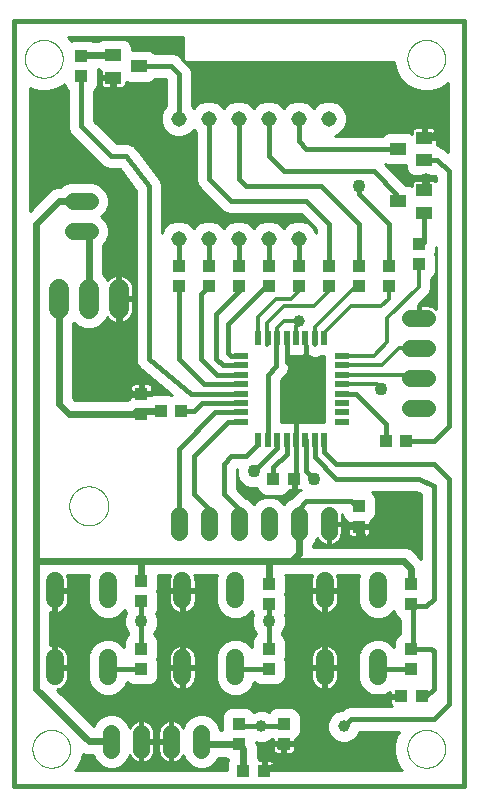
<source format=gtl>
G75*
%MOIN*%
%OFA0B0*%
%FSLAX25Y25*%
%IPPOS*%
%LPD*%
%AMOC8*
5,1,8,0,0,1.08239X$1,22.5*
%
%ADD10C,0.01600*%
%ADD11C,0.00000*%
%ADD12C,0.05600*%
%ADD13R,0.05512X0.03937*%
%ADD14R,0.04331X0.03937*%
%ADD15R,0.03937X0.04331*%
%ADD16C,0.06000*%
%ADD17R,0.04134X0.04252*%
%ADD18R,0.04252X0.04134*%
%ADD19C,0.05150*%
%ADD20C,0.06600*%
%ADD21R,0.02200X0.05000*%
%ADD22R,0.05000X0.02200*%
%ADD23C,0.01000*%
%ADD24C,0.01200*%
%ADD25C,0.04356*%
%ADD26C,0.03962*%
%ADD27C,0.02400*%
D10*
X0001800Y0001800D02*
X0001800Y0256800D01*
X0151800Y0256800D01*
X0151800Y0001800D01*
X0001800Y0001800D01*
X0033746Y0040954D02*
X0033200Y0041500D01*
X0033746Y0040954D02*
X0044300Y0040954D01*
X0044300Y0047646D02*
X0044300Y0056800D01*
X0044300Y0063454D01*
X0056800Y0089300D02*
X0056800Y0114300D01*
X0068926Y0126426D01*
X0077400Y0126426D01*
X0077400Y0123276D02*
X0073276Y0123276D01*
X0061800Y0111800D01*
X0061800Y0099300D01*
X0066800Y0094300D01*
X0066800Y0089300D01*
X0071800Y0099300D02*
X0071800Y0109300D01*
X0074300Y0111800D01*
X0079300Y0111800D01*
X0083276Y0115776D01*
X0083276Y0117400D01*
X0086426Y0117400D02*
X0086426Y0138926D01*
X0089300Y0141800D01*
X0089300Y0148424D01*
X0089576Y0151200D01*
X0092725Y0151200D02*
X0092725Y0143375D01*
X0094300Y0141800D01*
X0095875Y0140225D01*
X0095875Y0117400D01*
X0095875Y0106170D01*
X0095245Y0104300D01*
X0099300Y0106800D02*
X0099300Y0117124D01*
X0099024Y0117400D01*
X0102174Y0117400D02*
X0102174Y0111426D01*
X0109300Y0104300D01*
X0136800Y0104300D01*
X0141800Y0101800D01*
X0141800Y0064300D01*
X0139300Y0061800D01*
X0134954Y0061800D01*
X0134300Y0062454D01*
X0134954Y0061800D02*
X0134954Y0048300D01*
X0134300Y0047646D01*
X0140954Y0047646D01*
X0141800Y0046800D01*
X0141800Y0034300D01*
X0139300Y0031800D01*
X0137745Y0031800D01*
X0141800Y0024300D02*
X0114300Y0024300D01*
X0111800Y0021800D01*
X0105400Y0020400D02*
X0105400Y0033200D01*
X0105400Y0041500D01*
X0105400Y0033200D02*
X0106800Y0031800D01*
X0130855Y0031800D01*
X0134300Y0040954D02*
X0123746Y0040954D01*
X0123200Y0041500D01*
X0141800Y0024300D02*
X0146800Y0029300D01*
X0146800Y0104300D01*
X0141800Y0109300D01*
X0109300Y0109300D01*
X0105324Y0113276D01*
X0105324Y0117400D01*
X0099300Y0106800D02*
X0101800Y0104300D01*
X0099300Y0096800D02*
X0096800Y0094300D01*
X0096800Y0089300D01*
X0099300Y0096800D02*
X0114300Y0096800D01*
X0115855Y0095245D01*
X0116800Y0095245D01*
X0115855Y0089300D02*
X0116800Y0088355D01*
X0119300Y0083355D01*
X0115855Y0089300D02*
X0106800Y0089300D01*
X0088355Y0108355D02*
X0092725Y0112725D01*
X0092725Y0117400D01*
X0089576Y0117400D02*
X0089576Y0114576D01*
X0081800Y0106800D01*
X0088355Y0108355D02*
X0088355Y0104300D01*
X0076800Y0094300D02*
X0076800Y0089300D01*
X0076800Y0094300D02*
X0071800Y0099300D01*
X0061800Y0126800D02*
X0057646Y0126800D01*
X0060875Y0132725D02*
X0046800Y0144300D01*
X0046800Y0201800D01*
X0039300Y0211800D01*
X0034300Y0211800D01*
X0024300Y0221800D01*
X0024300Y0238454D01*
X0043631Y0241800D02*
X0054300Y0241800D01*
X0056800Y0239300D01*
X0056800Y0224300D01*
X0066800Y0224300D02*
X0066800Y0204300D01*
X0074300Y0196800D01*
X0099300Y0196800D01*
X0106800Y0189300D01*
X0106800Y0175146D01*
X0096800Y0175146D02*
X0096800Y0184300D01*
X0096800Y0168454D02*
X0096249Y0167902D01*
X0086800Y0168454D02*
X0085954Y0168454D01*
X0073300Y0155800D01*
X0073300Y0146300D01*
X0074276Y0145324D01*
X0077400Y0145324D01*
X0077400Y0142174D02*
X0071426Y0142174D01*
X0069300Y0144300D01*
X0069300Y0159300D01*
X0076800Y0166800D01*
X0076800Y0175146D02*
X0076800Y0184300D01*
X0086800Y0184300D02*
X0086800Y0175146D01*
X0099300Y0148424D02*
X0099300Y0141800D01*
X0096800Y0141800D01*
X0094300Y0141800D01*
X0077400Y0139024D02*
X0069576Y0139024D01*
X0064300Y0144300D01*
X0064300Y0165954D01*
X0066800Y0168454D01*
X0067646Y0168454D01*
X0066800Y0175146D02*
X0066800Y0184300D01*
X0056800Y0184300D02*
X0056800Y0175146D01*
X0056800Y0168454D02*
X0056800Y0144300D01*
X0065225Y0135875D01*
X0077400Y0135875D01*
X0077400Y0132725D02*
X0060875Y0132725D01*
X0064576Y0129576D02*
X0061800Y0126800D01*
X0064576Y0129576D02*
X0077400Y0129576D01*
X0111200Y0132725D02*
X0115875Y0132725D01*
X0125954Y0122646D01*
X0125954Y0116800D01*
X0132646Y0116800D02*
X0141800Y0116800D01*
X0146800Y0121800D01*
X0146800Y0206800D01*
X0143040Y0210560D01*
X0138631Y0210560D01*
X0139300Y0204300D02*
X0138631Y0203631D01*
X0138631Y0200540D01*
X0138631Y0193060D02*
X0138631Y0183316D01*
X0136800Y0182646D01*
X0129969Y0196800D02*
X0129300Y0196800D01*
X0129300Y0199300D01*
X0121800Y0206800D01*
X0091800Y0206800D01*
X0086800Y0211800D01*
X0086800Y0224300D01*
X0076800Y0224300D02*
X0076800Y0204300D01*
X0079300Y0201800D01*
X0104300Y0201800D01*
X0116800Y0189300D01*
X0116800Y0175146D01*
X0126800Y0175146D02*
X0126800Y0189300D01*
X0116800Y0199300D01*
X0116800Y0201800D01*
X0129969Y0214300D02*
X0099300Y0214300D01*
X0096800Y0216800D01*
X0096800Y0224300D01*
X0138631Y0218040D02*
X0140560Y0218040D01*
X0140560Y0218060D01*
X0144300Y0221800D01*
X0144300Y0226800D01*
X0139300Y0226800D01*
X0086800Y0062454D02*
X0086800Y0056800D01*
X0086800Y0047646D01*
X0086800Y0040954D02*
X0076246Y0040954D01*
X0075700Y0041500D01*
X0076800Y0022646D02*
X0077646Y0021800D01*
X0084300Y0021800D01*
X0090954Y0021800D01*
X0091800Y0022646D01*
X0091800Y0015954D02*
X0100954Y0015954D01*
X0105400Y0020400D01*
X0091800Y0015954D02*
X0091800Y0010855D01*
X0085245Y0006800D01*
X0090245Y0015009D02*
X0091800Y0015954D01*
X0065146Y0015954D02*
X0064300Y0016800D01*
D11*
X0020300Y0095300D02*
X0020302Y0095461D01*
X0020308Y0095621D01*
X0020318Y0095782D01*
X0020332Y0095942D01*
X0020350Y0096102D01*
X0020371Y0096261D01*
X0020397Y0096420D01*
X0020427Y0096578D01*
X0020460Y0096735D01*
X0020498Y0096892D01*
X0020539Y0097047D01*
X0020584Y0097201D01*
X0020633Y0097354D01*
X0020686Y0097506D01*
X0020742Y0097657D01*
X0020803Y0097806D01*
X0020866Y0097954D01*
X0020934Y0098100D01*
X0021005Y0098244D01*
X0021079Y0098386D01*
X0021157Y0098527D01*
X0021239Y0098665D01*
X0021324Y0098802D01*
X0021412Y0098936D01*
X0021504Y0099068D01*
X0021599Y0099198D01*
X0021697Y0099326D01*
X0021798Y0099451D01*
X0021902Y0099573D01*
X0022009Y0099693D01*
X0022119Y0099810D01*
X0022232Y0099925D01*
X0022348Y0100036D01*
X0022467Y0100145D01*
X0022588Y0100250D01*
X0022712Y0100353D01*
X0022838Y0100453D01*
X0022966Y0100549D01*
X0023097Y0100642D01*
X0023231Y0100732D01*
X0023366Y0100819D01*
X0023504Y0100902D01*
X0023643Y0100982D01*
X0023785Y0101058D01*
X0023928Y0101131D01*
X0024073Y0101200D01*
X0024220Y0101266D01*
X0024368Y0101328D01*
X0024518Y0101386D01*
X0024669Y0101441D01*
X0024822Y0101492D01*
X0024976Y0101539D01*
X0025131Y0101582D01*
X0025287Y0101621D01*
X0025443Y0101657D01*
X0025601Y0101688D01*
X0025759Y0101716D01*
X0025918Y0101740D01*
X0026078Y0101760D01*
X0026238Y0101776D01*
X0026398Y0101788D01*
X0026559Y0101796D01*
X0026720Y0101800D01*
X0026880Y0101800D01*
X0027041Y0101796D01*
X0027202Y0101788D01*
X0027362Y0101776D01*
X0027522Y0101760D01*
X0027682Y0101740D01*
X0027841Y0101716D01*
X0027999Y0101688D01*
X0028157Y0101657D01*
X0028313Y0101621D01*
X0028469Y0101582D01*
X0028624Y0101539D01*
X0028778Y0101492D01*
X0028931Y0101441D01*
X0029082Y0101386D01*
X0029232Y0101328D01*
X0029380Y0101266D01*
X0029527Y0101200D01*
X0029672Y0101131D01*
X0029815Y0101058D01*
X0029957Y0100982D01*
X0030096Y0100902D01*
X0030234Y0100819D01*
X0030369Y0100732D01*
X0030503Y0100642D01*
X0030634Y0100549D01*
X0030762Y0100453D01*
X0030888Y0100353D01*
X0031012Y0100250D01*
X0031133Y0100145D01*
X0031252Y0100036D01*
X0031368Y0099925D01*
X0031481Y0099810D01*
X0031591Y0099693D01*
X0031698Y0099573D01*
X0031802Y0099451D01*
X0031903Y0099326D01*
X0032001Y0099198D01*
X0032096Y0099068D01*
X0032188Y0098936D01*
X0032276Y0098802D01*
X0032361Y0098665D01*
X0032443Y0098527D01*
X0032521Y0098386D01*
X0032595Y0098244D01*
X0032666Y0098100D01*
X0032734Y0097954D01*
X0032797Y0097806D01*
X0032858Y0097657D01*
X0032914Y0097506D01*
X0032967Y0097354D01*
X0033016Y0097201D01*
X0033061Y0097047D01*
X0033102Y0096892D01*
X0033140Y0096735D01*
X0033173Y0096578D01*
X0033203Y0096420D01*
X0033229Y0096261D01*
X0033250Y0096102D01*
X0033268Y0095942D01*
X0033282Y0095782D01*
X0033292Y0095621D01*
X0033298Y0095461D01*
X0033300Y0095300D01*
X0033298Y0095139D01*
X0033292Y0094979D01*
X0033282Y0094818D01*
X0033268Y0094658D01*
X0033250Y0094498D01*
X0033229Y0094339D01*
X0033203Y0094180D01*
X0033173Y0094022D01*
X0033140Y0093865D01*
X0033102Y0093708D01*
X0033061Y0093553D01*
X0033016Y0093399D01*
X0032967Y0093246D01*
X0032914Y0093094D01*
X0032858Y0092943D01*
X0032797Y0092794D01*
X0032734Y0092646D01*
X0032666Y0092500D01*
X0032595Y0092356D01*
X0032521Y0092214D01*
X0032443Y0092073D01*
X0032361Y0091935D01*
X0032276Y0091798D01*
X0032188Y0091664D01*
X0032096Y0091532D01*
X0032001Y0091402D01*
X0031903Y0091274D01*
X0031802Y0091149D01*
X0031698Y0091027D01*
X0031591Y0090907D01*
X0031481Y0090790D01*
X0031368Y0090675D01*
X0031252Y0090564D01*
X0031133Y0090455D01*
X0031012Y0090350D01*
X0030888Y0090247D01*
X0030762Y0090147D01*
X0030634Y0090051D01*
X0030503Y0089958D01*
X0030369Y0089868D01*
X0030234Y0089781D01*
X0030096Y0089698D01*
X0029957Y0089618D01*
X0029815Y0089542D01*
X0029672Y0089469D01*
X0029527Y0089400D01*
X0029380Y0089334D01*
X0029232Y0089272D01*
X0029082Y0089214D01*
X0028931Y0089159D01*
X0028778Y0089108D01*
X0028624Y0089061D01*
X0028469Y0089018D01*
X0028313Y0088979D01*
X0028157Y0088943D01*
X0027999Y0088912D01*
X0027841Y0088884D01*
X0027682Y0088860D01*
X0027522Y0088840D01*
X0027362Y0088824D01*
X0027202Y0088812D01*
X0027041Y0088804D01*
X0026880Y0088800D01*
X0026720Y0088800D01*
X0026559Y0088804D01*
X0026398Y0088812D01*
X0026238Y0088824D01*
X0026078Y0088840D01*
X0025918Y0088860D01*
X0025759Y0088884D01*
X0025601Y0088912D01*
X0025443Y0088943D01*
X0025287Y0088979D01*
X0025131Y0089018D01*
X0024976Y0089061D01*
X0024822Y0089108D01*
X0024669Y0089159D01*
X0024518Y0089214D01*
X0024368Y0089272D01*
X0024220Y0089334D01*
X0024073Y0089400D01*
X0023928Y0089469D01*
X0023785Y0089542D01*
X0023643Y0089618D01*
X0023504Y0089698D01*
X0023366Y0089781D01*
X0023231Y0089868D01*
X0023097Y0089958D01*
X0022966Y0090051D01*
X0022838Y0090147D01*
X0022712Y0090247D01*
X0022588Y0090350D01*
X0022467Y0090455D01*
X0022348Y0090564D01*
X0022232Y0090675D01*
X0022119Y0090790D01*
X0022009Y0090907D01*
X0021902Y0091027D01*
X0021798Y0091149D01*
X0021697Y0091274D01*
X0021599Y0091402D01*
X0021504Y0091532D01*
X0021412Y0091664D01*
X0021324Y0091798D01*
X0021239Y0091935D01*
X0021157Y0092073D01*
X0021079Y0092214D01*
X0021005Y0092356D01*
X0020934Y0092500D01*
X0020866Y0092646D01*
X0020803Y0092794D01*
X0020742Y0092943D01*
X0020686Y0093094D01*
X0020633Y0093246D01*
X0020584Y0093399D01*
X0020539Y0093553D01*
X0020498Y0093708D01*
X0020460Y0093865D01*
X0020427Y0094022D01*
X0020397Y0094180D01*
X0020371Y0094339D01*
X0020350Y0094498D01*
X0020332Y0094658D01*
X0020318Y0094818D01*
X0020308Y0094979D01*
X0020302Y0095139D01*
X0020300Y0095300D01*
X0008001Y0014300D02*
X0008003Y0014458D01*
X0008009Y0014616D01*
X0008019Y0014774D01*
X0008033Y0014932D01*
X0008051Y0015089D01*
X0008072Y0015246D01*
X0008098Y0015402D01*
X0008128Y0015558D01*
X0008161Y0015713D01*
X0008199Y0015866D01*
X0008240Y0016019D01*
X0008285Y0016171D01*
X0008334Y0016322D01*
X0008387Y0016471D01*
X0008443Y0016619D01*
X0008503Y0016765D01*
X0008567Y0016910D01*
X0008635Y0017053D01*
X0008706Y0017195D01*
X0008780Y0017335D01*
X0008858Y0017472D01*
X0008940Y0017608D01*
X0009024Y0017742D01*
X0009113Y0017873D01*
X0009204Y0018002D01*
X0009299Y0018129D01*
X0009396Y0018254D01*
X0009497Y0018376D01*
X0009601Y0018495D01*
X0009708Y0018612D01*
X0009818Y0018726D01*
X0009931Y0018837D01*
X0010046Y0018946D01*
X0010164Y0019051D01*
X0010285Y0019153D01*
X0010408Y0019253D01*
X0010534Y0019349D01*
X0010662Y0019442D01*
X0010792Y0019532D01*
X0010925Y0019618D01*
X0011060Y0019702D01*
X0011196Y0019781D01*
X0011335Y0019858D01*
X0011476Y0019930D01*
X0011618Y0020000D01*
X0011762Y0020065D01*
X0011908Y0020127D01*
X0012055Y0020185D01*
X0012204Y0020240D01*
X0012354Y0020291D01*
X0012505Y0020338D01*
X0012657Y0020381D01*
X0012810Y0020420D01*
X0012965Y0020456D01*
X0013120Y0020487D01*
X0013276Y0020515D01*
X0013432Y0020539D01*
X0013589Y0020559D01*
X0013747Y0020575D01*
X0013904Y0020587D01*
X0014063Y0020595D01*
X0014221Y0020599D01*
X0014379Y0020599D01*
X0014537Y0020595D01*
X0014696Y0020587D01*
X0014853Y0020575D01*
X0015011Y0020559D01*
X0015168Y0020539D01*
X0015324Y0020515D01*
X0015480Y0020487D01*
X0015635Y0020456D01*
X0015790Y0020420D01*
X0015943Y0020381D01*
X0016095Y0020338D01*
X0016246Y0020291D01*
X0016396Y0020240D01*
X0016545Y0020185D01*
X0016692Y0020127D01*
X0016838Y0020065D01*
X0016982Y0020000D01*
X0017124Y0019930D01*
X0017265Y0019858D01*
X0017404Y0019781D01*
X0017540Y0019702D01*
X0017675Y0019618D01*
X0017808Y0019532D01*
X0017938Y0019442D01*
X0018066Y0019349D01*
X0018192Y0019253D01*
X0018315Y0019153D01*
X0018436Y0019051D01*
X0018554Y0018946D01*
X0018669Y0018837D01*
X0018782Y0018726D01*
X0018892Y0018612D01*
X0018999Y0018495D01*
X0019103Y0018376D01*
X0019204Y0018254D01*
X0019301Y0018129D01*
X0019396Y0018002D01*
X0019487Y0017873D01*
X0019576Y0017742D01*
X0019660Y0017608D01*
X0019742Y0017472D01*
X0019820Y0017335D01*
X0019894Y0017195D01*
X0019965Y0017053D01*
X0020033Y0016910D01*
X0020097Y0016765D01*
X0020157Y0016619D01*
X0020213Y0016471D01*
X0020266Y0016322D01*
X0020315Y0016171D01*
X0020360Y0016019D01*
X0020401Y0015866D01*
X0020439Y0015713D01*
X0020472Y0015558D01*
X0020502Y0015402D01*
X0020528Y0015246D01*
X0020549Y0015089D01*
X0020567Y0014932D01*
X0020581Y0014774D01*
X0020591Y0014616D01*
X0020597Y0014458D01*
X0020599Y0014300D01*
X0020597Y0014142D01*
X0020591Y0013984D01*
X0020581Y0013826D01*
X0020567Y0013668D01*
X0020549Y0013511D01*
X0020528Y0013354D01*
X0020502Y0013198D01*
X0020472Y0013042D01*
X0020439Y0012887D01*
X0020401Y0012734D01*
X0020360Y0012581D01*
X0020315Y0012429D01*
X0020266Y0012278D01*
X0020213Y0012129D01*
X0020157Y0011981D01*
X0020097Y0011835D01*
X0020033Y0011690D01*
X0019965Y0011547D01*
X0019894Y0011405D01*
X0019820Y0011265D01*
X0019742Y0011128D01*
X0019660Y0010992D01*
X0019576Y0010858D01*
X0019487Y0010727D01*
X0019396Y0010598D01*
X0019301Y0010471D01*
X0019204Y0010346D01*
X0019103Y0010224D01*
X0018999Y0010105D01*
X0018892Y0009988D01*
X0018782Y0009874D01*
X0018669Y0009763D01*
X0018554Y0009654D01*
X0018436Y0009549D01*
X0018315Y0009447D01*
X0018192Y0009347D01*
X0018066Y0009251D01*
X0017938Y0009158D01*
X0017808Y0009068D01*
X0017675Y0008982D01*
X0017540Y0008898D01*
X0017404Y0008819D01*
X0017265Y0008742D01*
X0017124Y0008670D01*
X0016982Y0008600D01*
X0016838Y0008535D01*
X0016692Y0008473D01*
X0016545Y0008415D01*
X0016396Y0008360D01*
X0016246Y0008309D01*
X0016095Y0008262D01*
X0015943Y0008219D01*
X0015790Y0008180D01*
X0015635Y0008144D01*
X0015480Y0008113D01*
X0015324Y0008085D01*
X0015168Y0008061D01*
X0015011Y0008041D01*
X0014853Y0008025D01*
X0014696Y0008013D01*
X0014537Y0008005D01*
X0014379Y0008001D01*
X0014221Y0008001D01*
X0014063Y0008005D01*
X0013904Y0008013D01*
X0013747Y0008025D01*
X0013589Y0008041D01*
X0013432Y0008061D01*
X0013276Y0008085D01*
X0013120Y0008113D01*
X0012965Y0008144D01*
X0012810Y0008180D01*
X0012657Y0008219D01*
X0012505Y0008262D01*
X0012354Y0008309D01*
X0012204Y0008360D01*
X0012055Y0008415D01*
X0011908Y0008473D01*
X0011762Y0008535D01*
X0011618Y0008600D01*
X0011476Y0008670D01*
X0011335Y0008742D01*
X0011196Y0008819D01*
X0011060Y0008898D01*
X0010925Y0008982D01*
X0010792Y0009068D01*
X0010662Y0009158D01*
X0010534Y0009251D01*
X0010408Y0009347D01*
X0010285Y0009447D01*
X0010164Y0009549D01*
X0010046Y0009654D01*
X0009931Y0009763D01*
X0009818Y0009874D01*
X0009708Y0009988D01*
X0009601Y0010105D01*
X0009497Y0010224D01*
X0009396Y0010346D01*
X0009299Y0010471D01*
X0009204Y0010598D01*
X0009113Y0010727D01*
X0009024Y0010858D01*
X0008940Y0010992D01*
X0008858Y0011128D01*
X0008780Y0011265D01*
X0008706Y0011405D01*
X0008635Y0011547D01*
X0008567Y0011690D01*
X0008503Y0011835D01*
X0008443Y0011981D01*
X0008387Y0012129D01*
X0008334Y0012278D01*
X0008285Y0012429D01*
X0008240Y0012581D01*
X0008199Y0012734D01*
X0008161Y0012887D01*
X0008128Y0013042D01*
X0008098Y0013198D01*
X0008072Y0013354D01*
X0008051Y0013511D01*
X0008033Y0013668D01*
X0008019Y0013826D01*
X0008009Y0013984D01*
X0008003Y0014142D01*
X0008001Y0014300D01*
X0133001Y0014300D02*
X0133003Y0014458D01*
X0133009Y0014616D01*
X0133019Y0014774D01*
X0133033Y0014932D01*
X0133051Y0015089D01*
X0133072Y0015246D01*
X0133098Y0015402D01*
X0133128Y0015558D01*
X0133161Y0015713D01*
X0133199Y0015866D01*
X0133240Y0016019D01*
X0133285Y0016171D01*
X0133334Y0016322D01*
X0133387Y0016471D01*
X0133443Y0016619D01*
X0133503Y0016765D01*
X0133567Y0016910D01*
X0133635Y0017053D01*
X0133706Y0017195D01*
X0133780Y0017335D01*
X0133858Y0017472D01*
X0133940Y0017608D01*
X0134024Y0017742D01*
X0134113Y0017873D01*
X0134204Y0018002D01*
X0134299Y0018129D01*
X0134396Y0018254D01*
X0134497Y0018376D01*
X0134601Y0018495D01*
X0134708Y0018612D01*
X0134818Y0018726D01*
X0134931Y0018837D01*
X0135046Y0018946D01*
X0135164Y0019051D01*
X0135285Y0019153D01*
X0135408Y0019253D01*
X0135534Y0019349D01*
X0135662Y0019442D01*
X0135792Y0019532D01*
X0135925Y0019618D01*
X0136060Y0019702D01*
X0136196Y0019781D01*
X0136335Y0019858D01*
X0136476Y0019930D01*
X0136618Y0020000D01*
X0136762Y0020065D01*
X0136908Y0020127D01*
X0137055Y0020185D01*
X0137204Y0020240D01*
X0137354Y0020291D01*
X0137505Y0020338D01*
X0137657Y0020381D01*
X0137810Y0020420D01*
X0137965Y0020456D01*
X0138120Y0020487D01*
X0138276Y0020515D01*
X0138432Y0020539D01*
X0138589Y0020559D01*
X0138747Y0020575D01*
X0138904Y0020587D01*
X0139063Y0020595D01*
X0139221Y0020599D01*
X0139379Y0020599D01*
X0139537Y0020595D01*
X0139696Y0020587D01*
X0139853Y0020575D01*
X0140011Y0020559D01*
X0140168Y0020539D01*
X0140324Y0020515D01*
X0140480Y0020487D01*
X0140635Y0020456D01*
X0140790Y0020420D01*
X0140943Y0020381D01*
X0141095Y0020338D01*
X0141246Y0020291D01*
X0141396Y0020240D01*
X0141545Y0020185D01*
X0141692Y0020127D01*
X0141838Y0020065D01*
X0141982Y0020000D01*
X0142124Y0019930D01*
X0142265Y0019858D01*
X0142404Y0019781D01*
X0142540Y0019702D01*
X0142675Y0019618D01*
X0142808Y0019532D01*
X0142938Y0019442D01*
X0143066Y0019349D01*
X0143192Y0019253D01*
X0143315Y0019153D01*
X0143436Y0019051D01*
X0143554Y0018946D01*
X0143669Y0018837D01*
X0143782Y0018726D01*
X0143892Y0018612D01*
X0143999Y0018495D01*
X0144103Y0018376D01*
X0144204Y0018254D01*
X0144301Y0018129D01*
X0144396Y0018002D01*
X0144487Y0017873D01*
X0144576Y0017742D01*
X0144660Y0017608D01*
X0144742Y0017472D01*
X0144820Y0017335D01*
X0144894Y0017195D01*
X0144965Y0017053D01*
X0145033Y0016910D01*
X0145097Y0016765D01*
X0145157Y0016619D01*
X0145213Y0016471D01*
X0145266Y0016322D01*
X0145315Y0016171D01*
X0145360Y0016019D01*
X0145401Y0015866D01*
X0145439Y0015713D01*
X0145472Y0015558D01*
X0145502Y0015402D01*
X0145528Y0015246D01*
X0145549Y0015089D01*
X0145567Y0014932D01*
X0145581Y0014774D01*
X0145591Y0014616D01*
X0145597Y0014458D01*
X0145599Y0014300D01*
X0145597Y0014142D01*
X0145591Y0013984D01*
X0145581Y0013826D01*
X0145567Y0013668D01*
X0145549Y0013511D01*
X0145528Y0013354D01*
X0145502Y0013198D01*
X0145472Y0013042D01*
X0145439Y0012887D01*
X0145401Y0012734D01*
X0145360Y0012581D01*
X0145315Y0012429D01*
X0145266Y0012278D01*
X0145213Y0012129D01*
X0145157Y0011981D01*
X0145097Y0011835D01*
X0145033Y0011690D01*
X0144965Y0011547D01*
X0144894Y0011405D01*
X0144820Y0011265D01*
X0144742Y0011128D01*
X0144660Y0010992D01*
X0144576Y0010858D01*
X0144487Y0010727D01*
X0144396Y0010598D01*
X0144301Y0010471D01*
X0144204Y0010346D01*
X0144103Y0010224D01*
X0143999Y0010105D01*
X0143892Y0009988D01*
X0143782Y0009874D01*
X0143669Y0009763D01*
X0143554Y0009654D01*
X0143436Y0009549D01*
X0143315Y0009447D01*
X0143192Y0009347D01*
X0143066Y0009251D01*
X0142938Y0009158D01*
X0142808Y0009068D01*
X0142675Y0008982D01*
X0142540Y0008898D01*
X0142404Y0008819D01*
X0142265Y0008742D01*
X0142124Y0008670D01*
X0141982Y0008600D01*
X0141838Y0008535D01*
X0141692Y0008473D01*
X0141545Y0008415D01*
X0141396Y0008360D01*
X0141246Y0008309D01*
X0141095Y0008262D01*
X0140943Y0008219D01*
X0140790Y0008180D01*
X0140635Y0008144D01*
X0140480Y0008113D01*
X0140324Y0008085D01*
X0140168Y0008061D01*
X0140011Y0008041D01*
X0139853Y0008025D01*
X0139696Y0008013D01*
X0139537Y0008005D01*
X0139379Y0008001D01*
X0139221Y0008001D01*
X0139063Y0008005D01*
X0138904Y0008013D01*
X0138747Y0008025D01*
X0138589Y0008041D01*
X0138432Y0008061D01*
X0138276Y0008085D01*
X0138120Y0008113D01*
X0137965Y0008144D01*
X0137810Y0008180D01*
X0137657Y0008219D01*
X0137505Y0008262D01*
X0137354Y0008309D01*
X0137204Y0008360D01*
X0137055Y0008415D01*
X0136908Y0008473D01*
X0136762Y0008535D01*
X0136618Y0008600D01*
X0136476Y0008670D01*
X0136335Y0008742D01*
X0136196Y0008819D01*
X0136060Y0008898D01*
X0135925Y0008982D01*
X0135792Y0009068D01*
X0135662Y0009158D01*
X0135534Y0009251D01*
X0135408Y0009347D01*
X0135285Y0009447D01*
X0135164Y0009549D01*
X0135046Y0009654D01*
X0134931Y0009763D01*
X0134818Y0009874D01*
X0134708Y0009988D01*
X0134601Y0010105D01*
X0134497Y0010224D01*
X0134396Y0010346D01*
X0134299Y0010471D01*
X0134204Y0010598D01*
X0134113Y0010727D01*
X0134024Y0010858D01*
X0133940Y0010992D01*
X0133858Y0011128D01*
X0133780Y0011265D01*
X0133706Y0011405D01*
X0133635Y0011547D01*
X0133567Y0011690D01*
X0133503Y0011835D01*
X0133443Y0011981D01*
X0133387Y0012129D01*
X0133334Y0012278D01*
X0133285Y0012429D01*
X0133240Y0012581D01*
X0133199Y0012734D01*
X0133161Y0012887D01*
X0133128Y0013042D01*
X0133098Y0013198D01*
X0133072Y0013354D01*
X0133051Y0013511D01*
X0133033Y0013668D01*
X0133019Y0013826D01*
X0133009Y0013984D01*
X0133003Y0014142D01*
X0133001Y0014300D01*
X0133001Y0244300D02*
X0133003Y0244458D01*
X0133009Y0244616D01*
X0133019Y0244774D01*
X0133033Y0244932D01*
X0133051Y0245089D01*
X0133072Y0245246D01*
X0133098Y0245402D01*
X0133128Y0245558D01*
X0133161Y0245713D01*
X0133199Y0245866D01*
X0133240Y0246019D01*
X0133285Y0246171D01*
X0133334Y0246322D01*
X0133387Y0246471D01*
X0133443Y0246619D01*
X0133503Y0246765D01*
X0133567Y0246910D01*
X0133635Y0247053D01*
X0133706Y0247195D01*
X0133780Y0247335D01*
X0133858Y0247472D01*
X0133940Y0247608D01*
X0134024Y0247742D01*
X0134113Y0247873D01*
X0134204Y0248002D01*
X0134299Y0248129D01*
X0134396Y0248254D01*
X0134497Y0248376D01*
X0134601Y0248495D01*
X0134708Y0248612D01*
X0134818Y0248726D01*
X0134931Y0248837D01*
X0135046Y0248946D01*
X0135164Y0249051D01*
X0135285Y0249153D01*
X0135408Y0249253D01*
X0135534Y0249349D01*
X0135662Y0249442D01*
X0135792Y0249532D01*
X0135925Y0249618D01*
X0136060Y0249702D01*
X0136196Y0249781D01*
X0136335Y0249858D01*
X0136476Y0249930D01*
X0136618Y0250000D01*
X0136762Y0250065D01*
X0136908Y0250127D01*
X0137055Y0250185D01*
X0137204Y0250240D01*
X0137354Y0250291D01*
X0137505Y0250338D01*
X0137657Y0250381D01*
X0137810Y0250420D01*
X0137965Y0250456D01*
X0138120Y0250487D01*
X0138276Y0250515D01*
X0138432Y0250539D01*
X0138589Y0250559D01*
X0138747Y0250575D01*
X0138904Y0250587D01*
X0139063Y0250595D01*
X0139221Y0250599D01*
X0139379Y0250599D01*
X0139537Y0250595D01*
X0139696Y0250587D01*
X0139853Y0250575D01*
X0140011Y0250559D01*
X0140168Y0250539D01*
X0140324Y0250515D01*
X0140480Y0250487D01*
X0140635Y0250456D01*
X0140790Y0250420D01*
X0140943Y0250381D01*
X0141095Y0250338D01*
X0141246Y0250291D01*
X0141396Y0250240D01*
X0141545Y0250185D01*
X0141692Y0250127D01*
X0141838Y0250065D01*
X0141982Y0250000D01*
X0142124Y0249930D01*
X0142265Y0249858D01*
X0142404Y0249781D01*
X0142540Y0249702D01*
X0142675Y0249618D01*
X0142808Y0249532D01*
X0142938Y0249442D01*
X0143066Y0249349D01*
X0143192Y0249253D01*
X0143315Y0249153D01*
X0143436Y0249051D01*
X0143554Y0248946D01*
X0143669Y0248837D01*
X0143782Y0248726D01*
X0143892Y0248612D01*
X0143999Y0248495D01*
X0144103Y0248376D01*
X0144204Y0248254D01*
X0144301Y0248129D01*
X0144396Y0248002D01*
X0144487Y0247873D01*
X0144576Y0247742D01*
X0144660Y0247608D01*
X0144742Y0247472D01*
X0144820Y0247335D01*
X0144894Y0247195D01*
X0144965Y0247053D01*
X0145033Y0246910D01*
X0145097Y0246765D01*
X0145157Y0246619D01*
X0145213Y0246471D01*
X0145266Y0246322D01*
X0145315Y0246171D01*
X0145360Y0246019D01*
X0145401Y0245866D01*
X0145439Y0245713D01*
X0145472Y0245558D01*
X0145502Y0245402D01*
X0145528Y0245246D01*
X0145549Y0245089D01*
X0145567Y0244932D01*
X0145581Y0244774D01*
X0145591Y0244616D01*
X0145597Y0244458D01*
X0145599Y0244300D01*
X0145597Y0244142D01*
X0145591Y0243984D01*
X0145581Y0243826D01*
X0145567Y0243668D01*
X0145549Y0243511D01*
X0145528Y0243354D01*
X0145502Y0243198D01*
X0145472Y0243042D01*
X0145439Y0242887D01*
X0145401Y0242734D01*
X0145360Y0242581D01*
X0145315Y0242429D01*
X0145266Y0242278D01*
X0145213Y0242129D01*
X0145157Y0241981D01*
X0145097Y0241835D01*
X0145033Y0241690D01*
X0144965Y0241547D01*
X0144894Y0241405D01*
X0144820Y0241265D01*
X0144742Y0241128D01*
X0144660Y0240992D01*
X0144576Y0240858D01*
X0144487Y0240727D01*
X0144396Y0240598D01*
X0144301Y0240471D01*
X0144204Y0240346D01*
X0144103Y0240224D01*
X0143999Y0240105D01*
X0143892Y0239988D01*
X0143782Y0239874D01*
X0143669Y0239763D01*
X0143554Y0239654D01*
X0143436Y0239549D01*
X0143315Y0239447D01*
X0143192Y0239347D01*
X0143066Y0239251D01*
X0142938Y0239158D01*
X0142808Y0239068D01*
X0142675Y0238982D01*
X0142540Y0238898D01*
X0142404Y0238819D01*
X0142265Y0238742D01*
X0142124Y0238670D01*
X0141982Y0238600D01*
X0141838Y0238535D01*
X0141692Y0238473D01*
X0141545Y0238415D01*
X0141396Y0238360D01*
X0141246Y0238309D01*
X0141095Y0238262D01*
X0140943Y0238219D01*
X0140790Y0238180D01*
X0140635Y0238144D01*
X0140480Y0238113D01*
X0140324Y0238085D01*
X0140168Y0238061D01*
X0140011Y0238041D01*
X0139853Y0238025D01*
X0139696Y0238013D01*
X0139537Y0238005D01*
X0139379Y0238001D01*
X0139221Y0238001D01*
X0139063Y0238005D01*
X0138904Y0238013D01*
X0138747Y0238025D01*
X0138589Y0238041D01*
X0138432Y0238061D01*
X0138276Y0238085D01*
X0138120Y0238113D01*
X0137965Y0238144D01*
X0137810Y0238180D01*
X0137657Y0238219D01*
X0137505Y0238262D01*
X0137354Y0238309D01*
X0137204Y0238360D01*
X0137055Y0238415D01*
X0136908Y0238473D01*
X0136762Y0238535D01*
X0136618Y0238600D01*
X0136476Y0238670D01*
X0136335Y0238742D01*
X0136196Y0238819D01*
X0136060Y0238898D01*
X0135925Y0238982D01*
X0135792Y0239068D01*
X0135662Y0239158D01*
X0135534Y0239251D01*
X0135408Y0239347D01*
X0135285Y0239447D01*
X0135164Y0239549D01*
X0135046Y0239654D01*
X0134931Y0239763D01*
X0134818Y0239874D01*
X0134708Y0239988D01*
X0134601Y0240105D01*
X0134497Y0240224D01*
X0134396Y0240346D01*
X0134299Y0240471D01*
X0134204Y0240598D01*
X0134113Y0240727D01*
X0134024Y0240858D01*
X0133940Y0240992D01*
X0133858Y0241128D01*
X0133780Y0241265D01*
X0133706Y0241405D01*
X0133635Y0241547D01*
X0133567Y0241690D01*
X0133503Y0241835D01*
X0133443Y0241981D01*
X0133387Y0242129D01*
X0133334Y0242278D01*
X0133285Y0242429D01*
X0133240Y0242581D01*
X0133199Y0242734D01*
X0133161Y0242887D01*
X0133128Y0243042D01*
X0133098Y0243198D01*
X0133072Y0243354D01*
X0133051Y0243511D01*
X0133033Y0243668D01*
X0133019Y0243826D01*
X0133009Y0243984D01*
X0133003Y0244142D01*
X0133001Y0244300D01*
X0005501Y0244300D02*
X0005503Y0244458D01*
X0005509Y0244616D01*
X0005519Y0244774D01*
X0005533Y0244932D01*
X0005551Y0245089D01*
X0005572Y0245246D01*
X0005598Y0245402D01*
X0005628Y0245558D01*
X0005661Y0245713D01*
X0005699Y0245866D01*
X0005740Y0246019D01*
X0005785Y0246171D01*
X0005834Y0246322D01*
X0005887Y0246471D01*
X0005943Y0246619D01*
X0006003Y0246765D01*
X0006067Y0246910D01*
X0006135Y0247053D01*
X0006206Y0247195D01*
X0006280Y0247335D01*
X0006358Y0247472D01*
X0006440Y0247608D01*
X0006524Y0247742D01*
X0006613Y0247873D01*
X0006704Y0248002D01*
X0006799Y0248129D01*
X0006896Y0248254D01*
X0006997Y0248376D01*
X0007101Y0248495D01*
X0007208Y0248612D01*
X0007318Y0248726D01*
X0007431Y0248837D01*
X0007546Y0248946D01*
X0007664Y0249051D01*
X0007785Y0249153D01*
X0007908Y0249253D01*
X0008034Y0249349D01*
X0008162Y0249442D01*
X0008292Y0249532D01*
X0008425Y0249618D01*
X0008560Y0249702D01*
X0008696Y0249781D01*
X0008835Y0249858D01*
X0008976Y0249930D01*
X0009118Y0250000D01*
X0009262Y0250065D01*
X0009408Y0250127D01*
X0009555Y0250185D01*
X0009704Y0250240D01*
X0009854Y0250291D01*
X0010005Y0250338D01*
X0010157Y0250381D01*
X0010310Y0250420D01*
X0010465Y0250456D01*
X0010620Y0250487D01*
X0010776Y0250515D01*
X0010932Y0250539D01*
X0011089Y0250559D01*
X0011247Y0250575D01*
X0011404Y0250587D01*
X0011563Y0250595D01*
X0011721Y0250599D01*
X0011879Y0250599D01*
X0012037Y0250595D01*
X0012196Y0250587D01*
X0012353Y0250575D01*
X0012511Y0250559D01*
X0012668Y0250539D01*
X0012824Y0250515D01*
X0012980Y0250487D01*
X0013135Y0250456D01*
X0013290Y0250420D01*
X0013443Y0250381D01*
X0013595Y0250338D01*
X0013746Y0250291D01*
X0013896Y0250240D01*
X0014045Y0250185D01*
X0014192Y0250127D01*
X0014338Y0250065D01*
X0014482Y0250000D01*
X0014624Y0249930D01*
X0014765Y0249858D01*
X0014904Y0249781D01*
X0015040Y0249702D01*
X0015175Y0249618D01*
X0015308Y0249532D01*
X0015438Y0249442D01*
X0015566Y0249349D01*
X0015692Y0249253D01*
X0015815Y0249153D01*
X0015936Y0249051D01*
X0016054Y0248946D01*
X0016169Y0248837D01*
X0016282Y0248726D01*
X0016392Y0248612D01*
X0016499Y0248495D01*
X0016603Y0248376D01*
X0016704Y0248254D01*
X0016801Y0248129D01*
X0016896Y0248002D01*
X0016987Y0247873D01*
X0017076Y0247742D01*
X0017160Y0247608D01*
X0017242Y0247472D01*
X0017320Y0247335D01*
X0017394Y0247195D01*
X0017465Y0247053D01*
X0017533Y0246910D01*
X0017597Y0246765D01*
X0017657Y0246619D01*
X0017713Y0246471D01*
X0017766Y0246322D01*
X0017815Y0246171D01*
X0017860Y0246019D01*
X0017901Y0245866D01*
X0017939Y0245713D01*
X0017972Y0245558D01*
X0018002Y0245402D01*
X0018028Y0245246D01*
X0018049Y0245089D01*
X0018067Y0244932D01*
X0018081Y0244774D01*
X0018091Y0244616D01*
X0018097Y0244458D01*
X0018099Y0244300D01*
X0018097Y0244142D01*
X0018091Y0243984D01*
X0018081Y0243826D01*
X0018067Y0243668D01*
X0018049Y0243511D01*
X0018028Y0243354D01*
X0018002Y0243198D01*
X0017972Y0243042D01*
X0017939Y0242887D01*
X0017901Y0242734D01*
X0017860Y0242581D01*
X0017815Y0242429D01*
X0017766Y0242278D01*
X0017713Y0242129D01*
X0017657Y0241981D01*
X0017597Y0241835D01*
X0017533Y0241690D01*
X0017465Y0241547D01*
X0017394Y0241405D01*
X0017320Y0241265D01*
X0017242Y0241128D01*
X0017160Y0240992D01*
X0017076Y0240858D01*
X0016987Y0240727D01*
X0016896Y0240598D01*
X0016801Y0240471D01*
X0016704Y0240346D01*
X0016603Y0240224D01*
X0016499Y0240105D01*
X0016392Y0239988D01*
X0016282Y0239874D01*
X0016169Y0239763D01*
X0016054Y0239654D01*
X0015936Y0239549D01*
X0015815Y0239447D01*
X0015692Y0239347D01*
X0015566Y0239251D01*
X0015438Y0239158D01*
X0015308Y0239068D01*
X0015175Y0238982D01*
X0015040Y0238898D01*
X0014904Y0238819D01*
X0014765Y0238742D01*
X0014624Y0238670D01*
X0014482Y0238600D01*
X0014338Y0238535D01*
X0014192Y0238473D01*
X0014045Y0238415D01*
X0013896Y0238360D01*
X0013746Y0238309D01*
X0013595Y0238262D01*
X0013443Y0238219D01*
X0013290Y0238180D01*
X0013135Y0238144D01*
X0012980Y0238113D01*
X0012824Y0238085D01*
X0012668Y0238061D01*
X0012511Y0238041D01*
X0012353Y0238025D01*
X0012196Y0238013D01*
X0012037Y0238005D01*
X0011879Y0238001D01*
X0011721Y0238001D01*
X0011563Y0238005D01*
X0011404Y0238013D01*
X0011247Y0238025D01*
X0011089Y0238041D01*
X0010932Y0238061D01*
X0010776Y0238085D01*
X0010620Y0238113D01*
X0010465Y0238144D01*
X0010310Y0238180D01*
X0010157Y0238219D01*
X0010005Y0238262D01*
X0009854Y0238309D01*
X0009704Y0238360D01*
X0009555Y0238415D01*
X0009408Y0238473D01*
X0009262Y0238535D01*
X0009118Y0238600D01*
X0008976Y0238670D01*
X0008835Y0238742D01*
X0008696Y0238819D01*
X0008560Y0238898D01*
X0008425Y0238982D01*
X0008292Y0239068D01*
X0008162Y0239158D01*
X0008034Y0239251D01*
X0007908Y0239347D01*
X0007785Y0239447D01*
X0007664Y0239549D01*
X0007546Y0239654D01*
X0007431Y0239763D01*
X0007318Y0239874D01*
X0007208Y0239988D01*
X0007101Y0240105D01*
X0006997Y0240224D01*
X0006896Y0240346D01*
X0006799Y0240471D01*
X0006704Y0240598D01*
X0006613Y0240727D01*
X0006524Y0240858D01*
X0006440Y0240992D01*
X0006358Y0241128D01*
X0006280Y0241265D01*
X0006206Y0241405D01*
X0006135Y0241547D01*
X0006067Y0241690D01*
X0006003Y0241835D01*
X0005943Y0241981D01*
X0005887Y0242129D01*
X0005834Y0242278D01*
X0005785Y0242429D01*
X0005740Y0242581D01*
X0005699Y0242734D01*
X0005661Y0242887D01*
X0005628Y0243042D01*
X0005598Y0243198D01*
X0005572Y0243354D01*
X0005551Y0243511D01*
X0005533Y0243668D01*
X0005519Y0243826D01*
X0005509Y0243984D01*
X0005503Y0244142D01*
X0005501Y0244300D01*
D12*
X0021500Y0196800D02*
X0027100Y0196800D01*
X0027100Y0186800D02*
X0021500Y0186800D01*
X0056800Y0092100D02*
X0056800Y0086500D01*
X0066800Y0086500D02*
X0066800Y0092100D01*
X0076800Y0092100D02*
X0076800Y0086500D01*
X0086800Y0086500D02*
X0086800Y0092100D01*
X0096800Y0092100D02*
X0096800Y0086500D01*
X0106800Y0086500D02*
X0106800Y0092100D01*
X0134000Y0127800D02*
X0139600Y0127800D01*
X0139600Y0137800D02*
X0134000Y0137800D01*
X0134000Y0147800D02*
X0139600Y0147800D01*
X0139600Y0157800D02*
X0134000Y0157800D01*
X0064300Y0019600D02*
X0064300Y0014000D01*
X0054300Y0014000D02*
X0054300Y0019600D01*
X0044300Y0019600D02*
X0044300Y0014000D01*
X0034300Y0014000D02*
X0034300Y0019600D01*
D13*
X0138631Y0193060D03*
X0138631Y0200540D03*
X0138631Y0210560D03*
X0138631Y0218040D03*
X0129969Y0214300D03*
X0129969Y0196800D03*
X0043631Y0241800D03*
X0034969Y0238060D03*
X0034969Y0245540D03*
D14*
X0024300Y0245146D03*
X0024300Y0238454D03*
X0056800Y0175146D03*
X0056800Y0168454D03*
X0066800Y0168454D03*
X0066800Y0175146D03*
X0076800Y0175146D03*
X0076800Y0168454D03*
X0086800Y0168454D03*
X0086800Y0175146D03*
X0096800Y0175146D03*
X0096800Y0168454D03*
X0106800Y0168454D03*
X0106800Y0175146D03*
X0116800Y0175146D03*
X0116800Y0168454D03*
X0126800Y0168454D03*
X0126800Y0175146D03*
X0136800Y0175954D03*
X0136800Y0182646D03*
X0134300Y0069146D03*
X0134300Y0062454D03*
X0134300Y0047646D03*
X0134300Y0040954D03*
X0091800Y0022646D03*
X0091800Y0015954D03*
X0076800Y0015954D03*
X0076800Y0022646D03*
X0086800Y0040954D03*
X0086800Y0047646D03*
X0086800Y0062454D03*
X0086800Y0069146D03*
X0044300Y0070146D03*
X0044300Y0063454D03*
X0044300Y0047646D03*
X0044300Y0040954D03*
X0044300Y0125954D03*
X0044300Y0132646D03*
D15*
X0050954Y0126800D03*
X0057646Y0126800D03*
X0125954Y0116800D03*
X0132646Y0116800D03*
D16*
X0123200Y0070100D02*
X0123200Y0064100D01*
X0123200Y0044500D02*
X0123200Y0038500D01*
X0105400Y0038500D02*
X0105400Y0044500D01*
X0105400Y0064100D02*
X0105400Y0070100D01*
X0075700Y0070100D02*
X0075700Y0064100D01*
X0075700Y0044500D02*
X0075700Y0038500D01*
X0057900Y0038500D02*
X0057900Y0044500D01*
X0057900Y0064100D02*
X0057900Y0070100D01*
X0033200Y0070100D02*
X0033200Y0064100D01*
X0033200Y0044500D02*
X0033200Y0038500D01*
X0015400Y0038500D02*
X0015400Y0044500D01*
X0015400Y0064100D02*
X0015400Y0070100D01*
D17*
X0078355Y0006800D03*
X0085245Y0006800D03*
X0130855Y0031800D03*
X0137745Y0031800D03*
X0095245Y0104300D03*
X0088355Y0104300D03*
D18*
X0116800Y0095245D03*
X0116800Y0088355D03*
D19*
X0096800Y0184300D03*
X0086800Y0184300D03*
X0076800Y0184300D03*
X0066800Y0184300D03*
X0056800Y0184300D03*
X0056800Y0224300D03*
X0066800Y0224300D03*
X0076800Y0224300D03*
X0086800Y0224300D03*
X0096800Y0224300D03*
X0106800Y0224300D03*
D20*
X0036800Y0167600D02*
X0036800Y0161000D01*
X0026800Y0161000D02*
X0026800Y0167600D01*
X0016800Y0167600D02*
X0016800Y0161000D01*
D21*
X0083276Y0151200D03*
X0086426Y0151200D03*
X0089576Y0151200D03*
X0092725Y0151200D03*
X0095875Y0151200D03*
X0099024Y0151200D03*
X0102174Y0151200D03*
X0105324Y0151200D03*
X0105324Y0117400D03*
X0102174Y0117400D03*
X0099024Y0117400D03*
X0095875Y0117400D03*
X0092725Y0117400D03*
X0089576Y0117400D03*
X0086426Y0117400D03*
X0083276Y0117400D03*
D22*
X0077400Y0123276D03*
X0077400Y0126426D03*
X0077400Y0129576D03*
X0077400Y0132725D03*
X0077400Y0135875D03*
X0077400Y0139024D03*
X0077400Y0142174D03*
X0077400Y0145324D03*
X0111200Y0145324D03*
X0111200Y0142174D03*
X0111200Y0139024D03*
X0111200Y0135875D03*
X0111200Y0132725D03*
X0111200Y0129576D03*
X0111200Y0126426D03*
X0111200Y0123276D03*
D23*
X0105200Y0123400D02*
X0097228Y0123400D01*
X0095942Y0122867D01*
X0095875Y0122800D01*
X0095808Y0122867D01*
X0094521Y0123400D01*
X0090726Y0123400D01*
X0090726Y0137145D01*
X0091736Y0138155D01*
X0092945Y0139364D01*
X0093600Y0140945D01*
X0093600Y0145398D01*
X0094079Y0145200D01*
X0097671Y0145200D01*
X0098957Y0145733D01*
X0099024Y0145800D01*
X0099091Y0145733D01*
X0099951Y0145377D01*
X0099978Y0145350D01*
X0100081Y0145307D01*
X0100165Y0145232D01*
X0100832Y0144996D01*
X0101484Y0144726D01*
X0101597Y0144726D01*
X0101703Y0144689D01*
X0102409Y0144726D01*
X0103116Y0144726D01*
X0103219Y0144769D01*
X0103332Y0144775D01*
X0103969Y0145080D01*
X0104260Y0145200D01*
X0105200Y0145200D01*
X0105200Y0140378D01*
X0105200Y0137228D01*
X0105200Y0123400D01*
X0105200Y0123618D02*
X0090726Y0123618D01*
X0090726Y0124617D02*
X0105200Y0124617D01*
X0105200Y0125615D02*
X0090726Y0125615D01*
X0090726Y0126614D02*
X0105200Y0126614D01*
X0105200Y0127612D02*
X0090726Y0127612D01*
X0090726Y0128611D02*
X0105200Y0128611D01*
X0105200Y0129609D02*
X0090726Y0129609D01*
X0090726Y0130608D02*
X0105200Y0130608D01*
X0105200Y0131606D02*
X0090726Y0131606D01*
X0090726Y0132605D02*
X0105200Y0132605D01*
X0105200Y0133603D02*
X0090726Y0133603D01*
X0090726Y0134602D02*
X0105200Y0134602D01*
X0105200Y0135601D02*
X0090726Y0135601D01*
X0090726Y0136599D02*
X0105200Y0136599D01*
X0105200Y0137598D02*
X0091179Y0137598D01*
X0092177Y0138596D02*
X0105200Y0138596D01*
X0105200Y0139595D02*
X0093041Y0139595D01*
X0093454Y0140593D02*
X0105200Y0140593D01*
X0105200Y0141592D02*
X0093600Y0141592D01*
X0093600Y0142590D02*
X0105200Y0142590D01*
X0105200Y0143589D02*
X0093600Y0143589D01*
X0093600Y0144587D02*
X0105200Y0144587D01*
X0099447Y0145586D02*
X0098602Y0145586D01*
X0076122Y0107500D02*
X0076122Y0105671D01*
X0076986Y0103584D01*
X0078584Y0101986D01*
X0080671Y0101122D01*
X0082929Y0101122D01*
X0082935Y0101124D01*
X0083321Y0100191D01*
X0084306Y0099207D01*
X0085592Y0098674D01*
X0091118Y0098674D01*
X0092405Y0099207D01*
X0093389Y0100191D01*
X0093589Y0100674D01*
X0094745Y0100674D01*
X0094745Y0103800D01*
X0095745Y0103800D01*
X0095745Y0100674D01*
X0097396Y0100674D01*
X0097402Y0100668D01*
X0096864Y0100445D01*
X0094304Y0097885D01*
X0093231Y0097441D01*
X0091800Y0096010D01*
X0090369Y0097441D01*
X0088053Y0098400D01*
X0085547Y0098400D01*
X0083231Y0097441D01*
X0081800Y0096010D01*
X0080369Y0097441D01*
X0079296Y0097885D01*
X0076100Y0101081D01*
X0076100Y0107500D01*
X0076122Y0107500D01*
X0076100Y0106644D02*
X0076122Y0106644D01*
X0076100Y0105645D02*
X0076133Y0105645D01*
X0076100Y0104647D02*
X0076546Y0104647D01*
X0076960Y0103648D02*
X0076100Y0103648D01*
X0076100Y0102650D02*
X0077921Y0102650D01*
X0079393Y0101651D02*
X0076100Y0101651D01*
X0076528Y0100653D02*
X0083130Y0100653D01*
X0083858Y0099654D02*
X0077527Y0099654D01*
X0078526Y0098656D02*
X0095074Y0098656D01*
X0096073Y0099654D02*
X0092852Y0099654D01*
X0093580Y0100653D02*
X0097365Y0100653D01*
X0095745Y0101651D02*
X0094745Y0101651D01*
X0094745Y0102650D02*
X0095745Y0102650D01*
X0095745Y0103648D02*
X0094745Y0103648D01*
X0093753Y0097657D02*
X0089847Y0097657D01*
X0091151Y0096659D02*
X0092449Y0096659D01*
X0083753Y0097657D02*
X0079847Y0097657D01*
X0081151Y0096659D02*
X0082449Y0096659D01*
X0092346Y0072100D02*
X0101369Y0072100D01*
X0101230Y0071827D01*
X0101011Y0071154D01*
X0100900Y0070454D01*
X0100900Y0067600D01*
X0104900Y0067600D01*
X0104900Y0066600D01*
X0105900Y0066600D01*
X0105900Y0067600D01*
X0109900Y0067600D01*
X0109900Y0070454D01*
X0109789Y0071154D01*
X0109570Y0071827D01*
X0109431Y0072100D01*
X0116993Y0072100D01*
X0116700Y0071393D01*
X0116700Y0062807D01*
X0117690Y0060418D01*
X0119518Y0058590D01*
X0121907Y0057600D01*
X0124493Y0057600D01*
X0126882Y0058590D01*
X0128635Y0060342D01*
X0128635Y0059789D01*
X0129167Y0058502D01*
X0130152Y0057518D01*
X0130654Y0057310D01*
X0130654Y0052790D01*
X0130152Y0052582D01*
X0129167Y0051598D01*
X0128635Y0050311D01*
X0128635Y0048258D01*
X0126882Y0050010D01*
X0124493Y0051000D01*
X0121907Y0051000D01*
X0119518Y0050010D01*
X0117690Y0048182D01*
X0116700Y0045793D01*
X0116700Y0037207D01*
X0117690Y0034818D01*
X0119518Y0032990D01*
X0121907Y0032000D01*
X0124493Y0032000D01*
X0126882Y0032990D01*
X0127288Y0033396D01*
X0127288Y0032300D01*
X0130355Y0032300D01*
X0130355Y0031300D01*
X0127288Y0031300D01*
X0127288Y0029477D01*
X0127390Y0029095D01*
X0127588Y0028753D01*
X0127741Y0028600D01*
X0113445Y0028600D01*
X0111864Y0027945D01*
X0111200Y0027281D01*
X0110710Y0027281D01*
X0108695Y0026447D01*
X0107153Y0024905D01*
X0106319Y0022890D01*
X0106319Y0020710D01*
X0107153Y0018695D01*
X0108695Y0017153D01*
X0110710Y0016319D01*
X0112890Y0016319D01*
X0114905Y0017153D01*
X0116447Y0018695D01*
X0116987Y0020000D01*
X0130121Y0020000D01*
X0129237Y0018468D01*
X0128501Y0015722D01*
X0128501Y0012878D01*
X0129237Y0010132D01*
X0130658Y0007669D01*
X0131228Y0007100D01*
X0085745Y0007100D01*
X0085745Y0007300D01*
X0088812Y0007300D01*
X0088812Y0009123D01*
X0088710Y0009505D01*
X0088512Y0009847D01*
X0088233Y0010126D01*
X0087891Y0010324D01*
X0087509Y0010426D01*
X0085745Y0010426D01*
X0085745Y0007300D01*
X0084745Y0007300D01*
X0084745Y0010426D01*
X0083589Y0010426D01*
X0083389Y0010909D01*
X0083055Y0011243D01*
X0083055Y0015333D01*
X0082530Y0016600D01*
X0083210Y0016319D01*
X0085390Y0016319D01*
X0087405Y0017153D01*
X0087751Y0017500D01*
X0088135Y0017500D01*
X0088135Y0016438D01*
X0091316Y0016438D01*
X0091316Y0015469D01*
X0092284Y0015469D01*
X0092284Y0012485D01*
X0094163Y0012485D01*
X0094544Y0012587D01*
X0094886Y0012785D01*
X0095166Y0013064D01*
X0095363Y0013406D01*
X0095465Y0013788D01*
X0095465Y0015469D01*
X0092284Y0015469D01*
X0092284Y0016438D01*
X0095465Y0016438D01*
X0095465Y0017511D01*
X0095948Y0017711D01*
X0096933Y0018695D01*
X0097465Y0019982D01*
X0097465Y0025311D01*
X0096933Y0026598D01*
X0095948Y0027582D01*
X0094662Y0028115D01*
X0088938Y0028115D01*
X0087652Y0027582D01*
X0086777Y0026707D01*
X0085390Y0027281D01*
X0083210Y0027281D01*
X0081823Y0026707D01*
X0080948Y0027582D01*
X0079662Y0028115D01*
X0073938Y0028115D01*
X0072652Y0027582D01*
X0071667Y0026598D01*
X0071135Y0025311D01*
X0071135Y0020654D01*
X0070600Y0020654D01*
X0070600Y0020853D01*
X0069641Y0023169D01*
X0067869Y0024941D01*
X0065553Y0025900D01*
X0063047Y0025900D01*
X0060731Y0024941D01*
X0058959Y0023169D01*
X0058219Y0021381D01*
X0057978Y0021854D01*
X0057580Y0022401D01*
X0057101Y0022880D01*
X0056554Y0023278D01*
X0055951Y0023585D01*
X0055307Y0023794D01*
X0054700Y0023890D01*
X0054700Y0017200D01*
X0053900Y0017200D01*
X0053900Y0023890D01*
X0053293Y0023794D01*
X0052649Y0023585D01*
X0052046Y0023278D01*
X0051499Y0022880D01*
X0051020Y0022401D01*
X0050622Y0021854D01*
X0050315Y0021251D01*
X0050106Y0020607D01*
X0050000Y0019938D01*
X0050000Y0017200D01*
X0053900Y0017200D01*
X0053900Y0016400D01*
X0054700Y0016400D01*
X0054700Y0009710D01*
X0055307Y0009806D01*
X0055951Y0010015D01*
X0056554Y0010322D01*
X0057101Y0010720D01*
X0057580Y0011199D01*
X0057978Y0011746D01*
X0058219Y0012219D01*
X0058959Y0010431D01*
X0060731Y0008659D01*
X0063047Y0007700D01*
X0065553Y0007700D01*
X0067869Y0008659D01*
X0069641Y0010431D01*
X0069981Y0011254D01*
X0072416Y0011254D01*
X0072652Y0011018D01*
X0073262Y0010765D01*
X0072788Y0009622D01*
X0072788Y0007100D01*
X0022372Y0007100D01*
X0022942Y0007669D01*
X0024363Y0010132D01*
X0024988Y0012463D01*
X0025865Y0012100D01*
X0028268Y0012100D01*
X0028959Y0010431D01*
X0030731Y0008659D01*
X0033047Y0007700D01*
X0035553Y0007700D01*
X0037869Y0008659D01*
X0039641Y0010431D01*
X0040381Y0012219D01*
X0040622Y0011746D01*
X0041020Y0011199D01*
X0041499Y0010720D01*
X0042046Y0010322D01*
X0042649Y0010015D01*
X0043293Y0009806D01*
X0043900Y0009710D01*
X0043900Y0016400D01*
X0044700Y0016400D01*
X0044700Y0017200D01*
X0043900Y0017200D01*
X0043900Y0023890D01*
X0043293Y0023794D01*
X0042649Y0023585D01*
X0042046Y0023278D01*
X0041499Y0022880D01*
X0041020Y0022401D01*
X0040622Y0021854D01*
X0040381Y0021381D01*
X0039641Y0023169D01*
X0037869Y0024941D01*
X0035553Y0025900D01*
X0033047Y0025900D01*
X0030731Y0024941D01*
X0028959Y0023169D01*
X0028408Y0021839D01*
X0016179Y0034067D01*
X0016454Y0034111D01*
X0017127Y0034330D01*
X0017759Y0034651D01*
X0018332Y0035068D01*
X0018832Y0035568D01*
X0019249Y0036141D01*
X0019570Y0036773D01*
X0019789Y0037446D01*
X0019900Y0038146D01*
X0019900Y0041000D01*
X0015900Y0041000D01*
X0015900Y0042000D01*
X0014900Y0042000D01*
X0014900Y0048977D01*
X0014346Y0048889D01*
X0014000Y0048777D01*
X0014000Y0059823D01*
X0014346Y0059711D01*
X0014900Y0059623D01*
X0014900Y0066600D01*
X0015900Y0066600D01*
X0015900Y0067600D01*
X0019900Y0067600D01*
X0019900Y0070454D01*
X0019789Y0071154D01*
X0019570Y0071827D01*
X0019431Y0072100D01*
X0026993Y0072100D01*
X0026700Y0071393D01*
X0026700Y0062807D01*
X0027690Y0060418D01*
X0029518Y0058590D01*
X0031907Y0057600D01*
X0034493Y0057600D01*
X0036882Y0058590D01*
X0038710Y0060418D01*
X0038749Y0060512D01*
X0039167Y0059502D01*
X0039243Y0059427D01*
X0038622Y0057929D01*
X0038622Y0055671D01*
X0039486Y0053584D01*
X0040000Y0053070D01*
X0040000Y0052430D01*
X0039167Y0051598D01*
X0038635Y0050311D01*
X0038635Y0048258D01*
X0036882Y0050010D01*
X0034493Y0051000D01*
X0031907Y0051000D01*
X0029518Y0050010D01*
X0027690Y0048182D01*
X0026700Y0045793D01*
X0026700Y0037207D01*
X0027690Y0034818D01*
X0029518Y0032990D01*
X0031907Y0032000D01*
X0034493Y0032000D01*
X0036882Y0032990D01*
X0038710Y0034818D01*
X0039471Y0036654D01*
X0039516Y0036654D01*
X0040152Y0036018D01*
X0041438Y0035485D01*
X0047162Y0035485D01*
X0048448Y0036018D01*
X0049433Y0037002D01*
X0049965Y0038289D01*
X0049965Y0043618D01*
X0049683Y0044300D01*
X0049965Y0044982D01*
X0049965Y0050311D01*
X0049433Y0051598D01*
X0048600Y0052430D01*
X0048600Y0053070D01*
X0049114Y0053584D01*
X0049978Y0055671D01*
X0049978Y0057929D01*
X0049357Y0059427D01*
X0049433Y0059502D01*
X0049965Y0060789D01*
X0049965Y0066118D01*
X0049683Y0066800D01*
X0049965Y0067482D01*
X0049965Y0072100D01*
X0053869Y0072100D01*
X0053730Y0071827D01*
X0053511Y0071154D01*
X0053400Y0070454D01*
X0053400Y0067600D01*
X0057400Y0067600D01*
X0057400Y0066600D01*
X0058400Y0066600D01*
X0058400Y0067600D01*
X0062400Y0067600D01*
X0062400Y0070454D01*
X0062289Y0071154D01*
X0062070Y0071827D01*
X0061931Y0072100D01*
X0069493Y0072100D01*
X0069200Y0071393D01*
X0069200Y0062807D01*
X0070190Y0060418D01*
X0072018Y0058590D01*
X0074407Y0057600D01*
X0076993Y0057600D01*
X0079382Y0058590D01*
X0081135Y0060342D01*
X0081135Y0059789D01*
X0081513Y0058874D01*
X0081122Y0057929D01*
X0081122Y0055671D01*
X0081986Y0053584D01*
X0082500Y0053070D01*
X0082500Y0052430D01*
X0081667Y0051598D01*
X0081135Y0050311D01*
X0081135Y0048258D01*
X0079382Y0050010D01*
X0076993Y0051000D01*
X0074407Y0051000D01*
X0072018Y0050010D01*
X0070190Y0048182D01*
X0069200Y0045793D01*
X0069200Y0037207D01*
X0070190Y0034818D01*
X0072018Y0032990D01*
X0074407Y0032000D01*
X0076993Y0032000D01*
X0079382Y0032990D01*
X0081210Y0034818D01*
X0081971Y0036654D01*
X0082016Y0036654D01*
X0082652Y0036018D01*
X0083938Y0035485D01*
X0089662Y0035485D01*
X0090948Y0036018D01*
X0091933Y0037002D01*
X0092465Y0038289D01*
X0092465Y0043618D01*
X0092183Y0044300D01*
X0092465Y0044982D01*
X0092465Y0050311D01*
X0091933Y0051598D01*
X0091100Y0052430D01*
X0091100Y0053070D01*
X0091614Y0053584D01*
X0092478Y0055671D01*
X0092478Y0057929D01*
X0092087Y0058874D01*
X0092465Y0059789D01*
X0092465Y0065118D01*
X0092183Y0065800D01*
X0092465Y0066482D01*
X0092465Y0071811D01*
X0092346Y0072100D01*
X0092465Y0071696D02*
X0101187Y0071696D01*
X0100939Y0070697D02*
X0092465Y0070697D01*
X0092465Y0069699D02*
X0100900Y0069699D01*
X0100900Y0068700D02*
X0092465Y0068700D01*
X0092465Y0067702D02*
X0100900Y0067702D01*
X0100900Y0066600D02*
X0100900Y0063746D01*
X0101011Y0063046D01*
X0101230Y0062373D01*
X0101551Y0061741D01*
X0101968Y0061168D01*
X0102468Y0060668D01*
X0103041Y0060251D01*
X0103673Y0059930D01*
X0104346Y0059711D01*
X0104900Y0059623D01*
X0104900Y0066600D01*
X0100900Y0066600D01*
X0100900Y0065705D02*
X0092222Y0065705D01*
X0092465Y0066703D02*
X0104900Y0066703D01*
X0104900Y0065705D02*
X0105900Y0065705D01*
X0105900Y0066600D02*
X0105900Y0059623D01*
X0106454Y0059711D01*
X0107127Y0059930D01*
X0107759Y0060251D01*
X0108332Y0060668D01*
X0108832Y0061168D01*
X0109249Y0061741D01*
X0109570Y0062373D01*
X0109789Y0063046D01*
X0109900Y0063746D01*
X0109900Y0066600D01*
X0105900Y0066600D01*
X0105900Y0066703D02*
X0116700Y0066703D01*
X0116700Y0065705D02*
X0109900Y0065705D01*
X0109900Y0064706D02*
X0116700Y0064706D01*
X0116700Y0063708D02*
X0109894Y0063708D01*
X0109680Y0062709D02*
X0116741Y0062709D01*
X0117154Y0061711D02*
X0109226Y0061711D01*
X0108376Y0060712D02*
X0117568Y0060712D01*
X0118394Y0059714D02*
X0106463Y0059714D01*
X0105900Y0059714D02*
X0104900Y0059714D01*
X0104337Y0059714D02*
X0092434Y0059714D01*
X0092465Y0060712D02*
X0102424Y0060712D01*
X0101574Y0061711D02*
X0092465Y0061711D01*
X0092465Y0062709D02*
X0101120Y0062709D01*
X0100906Y0063708D02*
X0092465Y0063708D01*
X0092465Y0064706D02*
X0100900Y0064706D01*
X0104900Y0064706D02*
X0105900Y0064706D01*
X0105900Y0063708D02*
X0104900Y0063708D01*
X0104900Y0062709D02*
X0105900Y0062709D01*
X0105900Y0061711D02*
X0104900Y0061711D01*
X0104900Y0060712D02*
X0105900Y0060712D01*
X0109900Y0067702D02*
X0116700Y0067702D01*
X0116700Y0068700D02*
X0109900Y0068700D01*
X0109900Y0069699D02*
X0116700Y0069699D01*
X0116700Y0070697D02*
X0109861Y0070697D01*
X0109613Y0071696D02*
X0116825Y0071696D01*
X0117300Y0084788D02*
X0119123Y0084788D01*
X0119505Y0084890D01*
X0119847Y0085088D01*
X0120126Y0085367D01*
X0120324Y0085709D01*
X0120426Y0086091D01*
X0120426Y0087855D01*
X0117300Y0087855D01*
X0117300Y0084788D01*
X0117300Y0085675D02*
X0116300Y0085675D01*
X0116300Y0084788D02*
X0116300Y0087855D01*
X0117300Y0087855D01*
X0117300Y0088855D01*
X0120426Y0088855D01*
X0120426Y0090011D01*
X0120909Y0090211D01*
X0121893Y0091195D01*
X0122426Y0092482D01*
X0122426Y0098008D01*
X0121893Y0099294D01*
X0121188Y0100000D01*
X0135785Y0100000D01*
X0137500Y0099142D01*
X0137500Y0077747D01*
X0136962Y0078284D01*
X0134462Y0080784D01*
X0132735Y0081500D01*
X0101500Y0081500D01*
X0101500Y0082290D01*
X0102141Y0082931D01*
X0102881Y0084719D01*
X0103122Y0084246D01*
X0103520Y0083699D01*
X0103999Y0083220D01*
X0104546Y0082822D01*
X0105149Y0082515D01*
X0105793Y0082306D01*
X0106400Y0082210D01*
X0106400Y0088900D01*
X0107200Y0088900D01*
X0107200Y0089700D01*
X0111100Y0089700D01*
X0111100Y0092438D01*
X0111090Y0092500D01*
X0111174Y0092500D01*
X0111174Y0092482D01*
X0111707Y0091195D01*
X0112691Y0090211D01*
X0113174Y0090011D01*
X0113174Y0088855D01*
X0116300Y0088855D01*
X0116300Y0087855D01*
X0113174Y0087855D01*
X0113174Y0086091D01*
X0113276Y0085709D01*
X0113474Y0085367D01*
X0113753Y0085088D01*
X0114095Y0084890D01*
X0114477Y0084788D01*
X0116300Y0084788D01*
X0116300Y0086673D02*
X0117300Y0086673D01*
X0117300Y0087672D02*
X0116300Y0087672D01*
X0116300Y0088670D02*
X0111100Y0088670D01*
X0111100Y0088900D02*
X0107200Y0088900D01*
X0107200Y0082210D01*
X0107807Y0082306D01*
X0108451Y0082515D01*
X0109054Y0082822D01*
X0109601Y0083220D01*
X0110080Y0083699D01*
X0110478Y0084246D01*
X0110785Y0084849D01*
X0110994Y0085493D01*
X0111100Y0086162D01*
X0111100Y0088900D01*
X0111100Y0087672D02*
X0113174Y0087672D01*
X0113174Y0086673D02*
X0111100Y0086673D01*
X0111023Y0085675D02*
X0113296Y0085675D01*
X0110697Y0084676D02*
X0137500Y0084676D01*
X0137500Y0083678D02*
X0110059Y0083678D01*
X0108773Y0082679D02*
X0137500Y0082679D01*
X0137500Y0081681D02*
X0101500Y0081681D01*
X0101889Y0082679D02*
X0104827Y0082679D01*
X0106400Y0082679D02*
X0107200Y0082679D01*
X0107200Y0083678D02*
X0106400Y0083678D01*
X0106400Y0084676D02*
X0107200Y0084676D01*
X0107200Y0085675D02*
X0106400Y0085675D01*
X0106400Y0086673D02*
X0107200Y0086673D01*
X0107200Y0087672D02*
X0106400Y0087672D01*
X0106400Y0088670D02*
X0107200Y0088670D01*
X0107200Y0089669D02*
X0113174Y0089669D01*
X0112235Y0090668D02*
X0111100Y0090668D01*
X0111100Y0091666D02*
X0111512Y0091666D01*
X0117300Y0088670D02*
X0137500Y0088670D01*
X0137500Y0087672D02*
X0120426Y0087672D01*
X0120426Y0086673D02*
X0137500Y0086673D01*
X0137500Y0085675D02*
X0120304Y0085675D01*
X0120426Y0089669D02*
X0137500Y0089669D01*
X0137500Y0090668D02*
X0121365Y0090668D01*
X0122088Y0091666D02*
X0137500Y0091666D01*
X0137500Y0092665D02*
X0122426Y0092665D01*
X0122426Y0093663D02*
X0137500Y0093663D01*
X0137500Y0094662D02*
X0122426Y0094662D01*
X0122426Y0095660D02*
X0137500Y0095660D01*
X0137500Y0096659D02*
X0122426Y0096659D01*
X0122426Y0097657D02*
X0137500Y0097657D01*
X0137500Y0098656D02*
X0122158Y0098656D01*
X0121533Y0099654D02*
X0136477Y0099654D01*
X0137500Y0080682D02*
X0134564Y0080682D01*
X0135563Y0079684D02*
X0137500Y0079684D01*
X0137500Y0078685D02*
X0136561Y0078685D01*
X0128666Y0059714D02*
X0128006Y0059714D01*
X0127008Y0058715D02*
X0129079Y0058715D01*
X0129953Y0057717D02*
X0124774Y0057717D01*
X0121625Y0057717D02*
X0092478Y0057717D01*
X0092478Y0056718D02*
X0130654Y0056718D01*
X0130654Y0055720D02*
X0092478Y0055720D01*
X0092085Y0054721D02*
X0130654Y0054721D01*
X0130654Y0053723D02*
X0091671Y0053723D01*
X0091100Y0052724D02*
X0130495Y0052724D01*
X0129296Y0051726D02*
X0091804Y0051726D01*
X0092293Y0050727D02*
X0121248Y0050727D01*
X0119236Y0049729D02*
X0092465Y0049729D01*
X0092465Y0048730D02*
X0103856Y0048730D01*
X0103673Y0048670D02*
X0103041Y0048349D01*
X0102468Y0047932D01*
X0101968Y0047432D01*
X0101551Y0046859D01*
X0101230Y0046227D01*
X0101011Y0045554D01*
X0100900Y0044854D01*
X0100900Y0042000D01*
X0104900Y0042000D01*
X0104900Y0048977D01*
X0104346Y0048889D01*
X0103673Y0048670D01*
X0104900Y0048730D02*
X0105900Y0048730D01*
X0105900Y0048977D02*
X0105900Y0042000D01*
X0104900Y0042000D01*
X0104900Y0041000D01*
X0100900Y0041000D01*
X0100900Y0038146D01*
X0101011Y0037446D01*
X0101230Y0036773D01*
X0101551Y0036141D01*
X0101968Y0035568D01*
X0102468Y0035068D01*
X0103041Y0034651D01*
X0103673Y0034330D01*
X0104346Y0034111D01*
X0104900Y0034023D01*
X0104900Y0041000D01*
X0105900Y0041000D01*
X0105900Y0042000D01*
X0109900Y0042000D01*
X0109900Y0044854D01*
X0109789Y0045554D01*
X0109570Y0046227D01*
X0109249Y0046859D01*
X0108832Y0047432D01*
X0108332Y0047932D01*
X0107759Y0048349D01*
X0107127Y0048670D01*
X0106454Y0048889D01*
X0105900Y0048977D01*
X0106944Y0048730D02*
X0118238Y0048730D01*
X0117503Y0047732D02*
X0108532Y0047732D01*
X0109313Y0046733D02*
X0117089Y0046733D01*
X0116700Y0045734D02*
X0109730Y0045734D01*
X0109900Y0044736D02*
X0116700Y0044736D01*
X0116700Y0043737D02*
X0109900Y0043737D01*
X0109900Y0042739D02*
X0116700Y0042739D01*
X0116700Y0041740D02*
X0105900Y0041740D01*
X0105900Y0041000D02*
X0109900Y0041000D01*
X0109900Y0038146D01*
X0109789Y0037446D01*
X0109570Y0036773D01*
X0109249Y0036141D01*
X0108832Y0035568D01*
X0108332Y0035068D01*
X0107759Y0034651D01*
X0107127Y0034330D01*
X0106454Y0034111D01*
X0105900Y0034023D01*
X0105900Y0041000D01*
X0105900Y0040742D02*
X0104900Y0040742D01*
X0104900Y0041740D02*
X0092465Y0041740D01*
X0092465Y0040742D02*
X0100900Y0040742D01*
X0100900Y0039743D02*
X0092465Y0039743D01*
X0092465Y0038745D02*
X0100900Y0038745D01*
X0100963Y0037746D02*
X0092241Y0037746D01*
X0091678Y0036748D02*
X0101242Y0036748D01*
X0101836Y0035749D02*
X0090300Y0035749D01*
X0092465Y0042739D02*
X0100900Y0042739D01*
X0100900Y0043737D02*
X0092416Y0043737D01*
X0092364Y0044736D02*
X0100900Y0044736D01*
X0101070Y0045734D02*
X0092465Y0045734D01*
X0092465Y0046733D02*
X0101487Y0046733D01*
X0102268Y0047732D02*
X0092465Y0047732D01*
X0092152Y0058715D02*
X0119392Y0058715D01*
X0125152Y0050727D02*
X0128807Y0050727D01*
X0128635Y0049729D02*
X0127164Y0049729D01*
X0128162Y0048730D02*
X0128635Y0048730D01*
X0127288Y0032754D02*
X0126313Y0032754D01*
X0127288Y0030757D02*
X0019490Y0030757D01*
X0018491Y0031755D02*
X0130355Y0031755D01*
X0127584Y0028760D02*
X0021487Y0028760D01*
X0020488Y0029758D02*
X0127288Y0029758D01*
X0120087Y0032754D02*
X0078813Y0032754D01*
X0080145Y0033752D02*
X0118755Y0033752D01*
X0117757Y0034751D02*
X0107896Y0034751D01*
X0108964Y0035749D02*
X0117304Y0035749D01*
X0116890Y0036748D02*
X0109558Y0036748D01*
X0109837Y0037746D02*
X0116700Y0037746D01*
X0116700Y0038745D02*
X0109900Y0038745D01*
X0109900Y0039743D02*
X0116700Y0039743D01*
X0116700Y0040742D02*
X0109900Y0040742D01*
X0105900Y0039743D02*
X0104900Y0039743D01*
X0104900Y0038745D02*
X0105900Y0038745D01*
X0105900Y0037746D02*
X0104900Y0037746D01*
X0104900Y0036748D02*
X0105900Y0036748D01*
X0105900Y0035749D02*
X0104900Y0035749D01*
X0104900Y0034751D02*
X0105900Y0034751D01*
X0102904Y0034751D02*
X0081143Y0034751D01*
X0081596Y0035749D02*
X0083300Y0035749D01*
X0080515Y0027761D02*
X0088085Y0027761D01*
X0086833Y0026763D02*
X0086642Y0026763D01*
X0081958Y0026763D02*
X0081767Y0026763D01*
X0082870Y0015779D02*
X0091316Y0015779D01*
X0091316Y0015469D02*
X0088135Y0015469D01*
X0088135Y0013788D01*
X0088237Y0013406D01*
X0088434Y0013064D01*
X0088714Y0012785D01*
X0089056Y0012587D01*
X0089437Y0012485D01*
X0091316Y0012485D01*
X0091316Y0015469D01*
X0091316Y0014781D02*
X0092284Y0014781D01*
X0092284Y0015779D02*
X0128516Y0015779D01*
X0128501Y0014781D02*
X0095465Y0014781D01*
X0095464Y0013782D02*
X0128501Y0013782D01*
X0128526Y0012784D02*
X0094884Y0012784D01*
X0092284Y0012784D02*
X0091316Y0012784D01*
X0091316Y0013782D02*
X0092284Y0013782D01*
X0095465Y0016778D02*
X0109602Y0016778D01*
X0108072Y0017776D02*
X0096013Y0017776D01*
X0096965Y0018775D02*
X0107120Y0018775D01*
X0106707Y0019773D02*
X0097379Y0019773D01*
X0097465Y0020772D02*
X0106319Y0020772D01*
X0106319Y0021770D02*
X0097465Y0021770D01*
X0097465Y0022769D02*
X0106319Y0022769D01*
X0106682Y0023767D02*
X0097465Y0023767D01*
X0097465Y0024766D02*
X0107096Y0024766D01*
X0108013Y0025764D02*
X0097278Y0025764D01*
X0096767Y0026763D02*
X0109458Y0026763D01*
X0111680Y0027761D02*
X0095515Y0027761D01*
X0088135Y0016778D02*
X0086498Y0016778D01*
X0088135Y0014781D02*
X0083055Y0014781D01*
X0083055Y0013782D02*
X0088136Y0013782D01*
X0088716Y0012784D02*
X0083055Y0012784D01*
X0083055Y0011785D02*
X0128794Y0011785D01*
X0129061Y0010787D02*
X0083440Y0010787D01*
X0084745Y0009788D02*
X0085745Y0009788D01*
X0085745Y0008790D02*
X0084745Y0008790D01*
X0084745Y0007791D02*
X0085745Y0007791D01*
X0088812Y0007791D02*
X0130588Y0007791D01*
X0130012Y0008790D02*
X0088812Y0008790D01*
X0088546Y0009788D02*
X0129435Y0009788D01*
X0128784Y0016778D02*
X0113998Y0016778D01*
X0115528Y0017776D02*
X0129051Y0017776D01*
X0129414Y0018775D02*
X0116480Y0018775D01*
X0116893Y0019773D02*
X0129990Y0019773D01*
X0105900Y0042739D02*
X0104900Y0042739D01*
X0104900Y0043737D02*
X0105900Y0043737D01*
X0105900Y0044736D02*
X0104900Y0044736D01*
X0104900Y0045734D02*
X0105900Y0045734D01*
X0105900Y0046733D02*
X0104900Y0046733D01*
X0104900Y0047732D02*
X0105900Y0047732D01*
X0103541Y0083678D02*
X0102450Y0083678D01*
X0102864Y0084676D02*
X0102903Y0084676D01*
X0081448Y0058715D02*
X0079508Y0058715D01*
X0080506Y0059714D02*
X0081166Y0059714D01*
X0081122Y0057717D02*
X0077274Y0057717D01*
X0074125Y0057717D02*
X0049978Y0057717D01*
X0049978Y0056718D02*
X0081122Y0056718D01*
X0081122Y0055720D02*
X0049978Y0055720D01*
X0049585Y0054721D02*
X0081515Y0054721D01*
X0081929Y0053723D02*
X0049171Y0053723D01*
X0048600Y0052724D02*
X0082500Y0052724D01*
X0081796Y0051726D02*
X0049304Y0051726D01*
X0049793Y0050727D02*
X0073748Y0050727D01*
X0071736Y0049729D02*
X0049965Y0049729D01*
X0049965Y0048730D02*
X0056356Y0048730D01*
X0056173Y0048670D02*
X0055541Y0048349D01*
X0054968Y0047932D01*
X0054468Y0047432D01*
X0054051Y0046859D01*
X0053730Y0046227D01*
X0053511Y0045554D01*
X0053400Y0044854D01*
X0053400Y0042000D01*
X0057400Y0042000D01*
X0057400Y0048977D01*
X0056846Y0048889D01*
X0056173Y0048670D01*
X0057400Y0048730D02*
X0058400Y0048730D01*
X0058400Y0048977D02*
X0058400Y0042000D01*
X0057400Y0042000D01*
X0057400Y0041000D01*
X0053400Y0041000D01*
X0053400Y0038146D01*
X0053511Y0037446D01*
X0053730Y0036773D01*
X0054051Y0036141D01*
X0054468Y0035568D01*
X0054968Y0035068D01*
X0055541Y0034651D01*
X0056173Y0034330D01*
X0056846Y0034111D01*
X0057400Y0034023D01*
X0057400Y0041000D01*
X0058400Y0041000D01*
X0058400Y0042000D01*
X0062400Y0042000D01*
X0062400Y0044854D01*
X0062289Y0045554D01*
X0062070Y0046227D01*
X0061749Y0046859D01*
X0061332Y0047432D01*
X0060832Y0047932D01*
X0060259Y0048349D01*
X0059627Y0048670D01*
X0058954Y0048889D01*
X0058400Y0048977D01*
X0059444Y0048730D02*
X0070738Y0048730D01*
X0070003Y0047732D02*
X0061032Y0047732D01*
X0061813Y0046733D02*
X0069589Y0046733D01*
X0069200Y0045734D02*
X0062230Y0045734D01*
X0062400Y0044736D02*
X0069200Y0044736D01*
X0069200Y0043737D02*
X0062400Y0043737D01*
X0062400Y0042739D02*
X0069200Y0042739D01*
X0069200Y0041740D02*
X0058400Y0041740D01*
X0058400Y0041000D02*
X0062400Y0041000D01*
X0062400Y0038146D01*
X0062289Y0037446D01*
X0062070Y0036773D01*
X0061749Y0036141D01*
X0061332Y0035568D01*
X0060832Y0035068D01*
X0060259Y0034651D01*
X0059627Y0034330D01*
X0058954Y0034111D01*
X0058400Y0034023D01*
X0058400Y0041000D01*
X0058400Y0040742D02*
X0057400Y0040742D01*
X0057400Y0041740D02*
X0049965Y0041740D01*
X0049965Y0040742D02*
X0053400Y0040742D01*
X0053400Y0039743D02*
X0049965Y0039743D01*
X0049965Y0038745D02*
X0053400Y0038745D01*
X0053463Y0037746D02*
X0049741Y0037746D01*
X0049178Y0036748D02*
X0053742Y0036748D01*
X0054336Y0035749D02*
X0047800Y0035749D01*
X0049965Y0042739D02*
X0053400Y0042739D01*
X0053400Y0043737D02*
X0049916Y0043737D01*
X0049864Y0044736D02*
X0053400Y0044736D01*
X0053570Y0045734D02*
X0049965Y0045734D01*
X0049965Y0046733D02*
X0053987Y0046733D01*
X0054768Y0047732D02*
X0049965Y0047732D01*
X0049652Y0058715D02*
X0071892Y0058715D01*
X0070894Y0059714D02*
X0058963Y0059714D01*
X0058954Y0059711D02*
X0059627Y0059930D01*
X0060259Y0060251D01*
X0060832Y0060668D01*
X0061332Y0061168D01*
X0061749Y0061741D01*
X0062070Y0062373D01*
X0062289Y0063046D01*
X0062400Y0063746D01*
X0062400Y0066600D01*
X0058400Y0066600D01*
X0058400Y0059623D01*
X0058954Y0059711D01*
X0058400Y0059714D02*
X0057400Y0059714D01*
X0057400Y0059623D02*
X0057400Y0066600D01*
X0053400Y0066600D01*
X0053400Y0063746D01*
X0053511Y0063046D01*
X0053730Y0062373D01*
X0054051Y0061741D01*
X0054468Y0061168D01*
X0054968Y0060668D01*
X0055541Y0060251D01*
X0056173Y0059930D01*
X0056846Y0059711D01*
X0057400Y0059623D01*
X0056837Y0059714D02*
X0049520Y0059714D01*
X0049934Y0060712D02*
X0054924Y0060712D01*
X0054074Y0061711D02*
X0049965Y0061711D01*
X0049965Y0062709D02*
X0053620Y0062709D01*
X0053406Y0063708D02*
X0049965Y0063708D01*
X0049965Y0064706D02*
X0053400Y0064706D01*
X0053400Y0065705D02*
X0049965Y0065705D01*
X0049723Y0066703D02*
X0057400Y0066703D01*
X0057400Y0065705D02*
X0058400Y0065705D01*
X0058400Y0066703D02*
X0069200Y0066703D01*
X0069200Y0065705D02*
X0062400Y0065705D01*
X0062400Y0064706D02*
X0069200Y0064706D01*
X0069200Y0063708D02*
X0062394Y0063708D01*
X0062180Y0062709D02*
X0069241Y0062709D01*
X0069654Y0061711D02*
X0061726Y0061711D01*
X0060876Y0060712D02*
X0070068Y0060712D01*
X0069200Y0067702D02*
X0062400Y0067702D01*
X0062400Y0068700D02*
X0069200Y0068700D01*
X0069200Y0069699D02*
X0062400Y0069699D01*
X0062361Y0070697D02*
X0069200Y0070697D01*
X0069325Y0071696D02*
X0062113Y0071696D01*
X0058400Y0064706D02*
X0057400Y0064706D01*
X0057400Y0063708D02*
X0058400Y0063708D01*
X0058400Y0062709D02*
X0057400Y0062709D01*
X0057400Y0061711D02*
X0058400Y0061711D01*
X0058400Y0060712D02*
X0057400Y0060712D01*
X0053400Y0067702D02*
X0049965Y0067702D01*
X0049965Y0068700D02*
X0053400Y0068700D01*
X0053400Y0069699D02*
X0049965Y0069699D01*
X0049965Y0070697D02*
X0053439Y0070697D01*
X0053687Y0071696D02*
X0049965Y0071696D01*
X0039080Y0059714D02*
X0038006Y0059714D01*
X0038948Y0058715D02*
X0037008Y0058715D01*
X0038622Y0057717D02*
X0034774Y0057717D01*
X0031625Y0057717D02*
X0014000Y0057717D01*
X0014000Y0058715D02*
X0029392Y0058715D01*
X0028394Y0059714D02*
X0016463Y0059714D01*
X0016454Y0059711D02*
X0017127Y0059930D01*
X0017759Y0060251D01*
X0018332Y0060668D01*
X0018832Y0061168D01*
X0019249Y0061741D01*
X0019570Y0062373D01*
X0019789Y0063046D01*
X0019900Y0063746D01*
X0019900Y0066600D01*
X0015900Y0066600D01*
X0015900Y0059623D01*
X0016454Y0059711D01*
X0015900Y0059714D02*
X0014900Y0059714D01*
X0014337Y0059714D02*
X0014000Y0059714D01*
X0014900Y0060712D02*
X0015900Y0060712D01*
X0015900Y0061711D02*
X0014900Y0061711D01*
X0014900Y0062709D02*
X0015900Y0062709D01*
X0015900Y0063708D02*
X0014900Y0063708D01*
X0014900Y0064706D02*
X0015900Y0064706D01*
X0015900Y0065705D02*
X0014900Y0065705D01*
X0015900Y0066703D02*
X0026700Y0066703D01*
X0026700Y0065705D02*
X0019900Y0065705D01*
X0019900Y0064706D02*
X0026700Y0064706D01*
X0026700Y0063708D02*
X0019894Y0063708D01*
X0019680Y0062709D02*
X0026741Y0062709D01*
X0027154Y0061711D02*
X0019226Y0061711D01*
X0018376Y0060712D02*
X0027568Y0060712D01*
X0026700Y0067702D02*
X0019900Y0067702D01*
X0019900Y0068700D02*
X0026700Y0068700D01*
X0026700Y0069699D02*
X0019900Y0069699D01*
X0019861Y0070697D02*
X0026700Y0070697D01*
X0026825Y0071696D02*
X0019613Y0071696D01*
X0014000Y0056718D02*
X0038622Y0056718D01*
X0038622Y0055720D02*
X0014000Y0055720D01*
X0014000Y0054721D02*
X0039015Y0054721D01*
X0039429Y0053723D02*
X0014000Y0053723D01*
X0014000Y0052724D02*
X0040000Y0052724D01*
X0039296Y0051726D02*
X0014000Y0051726D01*
X0014000Y0050727D02*
X0031248Y0050727D01*
X0029236Y0049729D02*
X0014000Y0049729D01*
X0014900Y0048730D02*
X0015900Y0048730D01*
X0015900Y0048977D02*
X0015900Y0042000D01*
X0019900Y0042000D01*
X0019900Y0044854D01*
X0019789Y0045554D01*
X0019570Y0046227D01*
X0019249Y0046859D01*
X0018832Y0047432D01*
X0018332Y0047932D01*
X0017759Y0048349D01*
X0017127Y0048670D01*
X0016454Y0048889D01*
X0015900Y0048977D01*
X0016944Y0048730D02*
X0028238Y0048730D01*
X0027503Y0047732D02*
X0018532Y0047732D01*
X0019313Y0046733D02*
X0027089Y0046733D01*
X0026700Y0045734D02*
X0019730Y0045734D01*
X0019900Y0044736D02*
X0026700Y0044736D01*
X0026700Y0043737D02*
X0019900Y0043737D01*
X0019900Y0042739D02*
X0026700Y0042739D01*
X0026700Y0041740D02*
X0015900Y0041740D01*
X0015900Y0042739D02*
X0014900Y0042739D01*
X0014900Y0043737D02*
X0015900Y0043737D01*
X0015900Y0044736D02*
X0014900Y0044736D01*
X0014900Y0045734D02*
X0015900Y0045734D01*
X0015900Y0046733D02*
X0014900Y0046733D01*
X0014900Y0047732D02*
X0015900Y0047732D01*
X0019900Y0040742D02*
X0026700Y0040742D01*
X0026700Y0039743D02*
X0019900Y0039743D01*
X0019900Y0038745D02*
X0026700Y0038745D01*
X0026700Y0037746D02*
X0019837Y0037746D01*
X0019558Y0036748D02*
X0026890Y0036748D01*
X0027304Y0035749D02*
X0018964Y0035749D01*
X0017896Y0034751D02*
X0027757Y0034751D01*
X0028755Y0033752D02*
X0016494Y0033752D01*
X0017493Y0032754D02*
X0030087Y0032754D01*
X0032719Y0025764D02*
X0024483Y0025764D01*
X0025481Y0024766D02*
X0030556Y0024766D01*
X0029558Y0023767D02*
X0026480Y0023767D01*
X0027478Y0022769D02*
X0028793Y0022769D01*
X0023484Y0026763D02*
X0071833Y0026763D01*
X0071322Y0025764D02*
X0065881Y0025764D01*
X0068044Y0024766D02*
X0071135Y0024766D01*
X0071135Y0023767D02*
X0069042Y0023767D01*
X0069807Y0022769D02*
X0071135Y0022769D01*
X0071135Y0021770D02*
X0070220Y0021770D01*
X0070600Y0020772D02*
X0071135Y0020772D01*
X0073085Y0027761D02*
X0022485Y0027761D01*
X0024806Y0011785D02*
X0028398Y0011785D01*
X0028812Y0010787D02*
X0024539Y0010787D01*
X0024165Y0009788D02*
X0029602Y0009788D01*
X0030601Y0008790D02*
X0023588Y0008790D01*
X0023012Y0007791D02*
X0032827Y0007791D01*
X0035773Y0007791D02*
X0062827Y0007791D01*
X0060601Y0008790D02*
X0037999Y0008790D01*
X0038998Y0009788D02*
X0043405Y0009788D01*
X0043900Y0009788D02*
X0044700Y0009788D01*
X0044700Y0009710D02*
X0045307Y0009806D01*
X0045951Y0010015D01*
X0046554Y0010322D01*
X0047101Y0010720D01*
X0047580Y0011199D01*
X0047978Y0011746D01*
X0048285Y0012349D01*
X0048494Y0012993D01*
X0048600Y0013662D01*
X0048600Y0016400D01*
X0044700Y0016400D01*
X0044700Y0009710D01*
X0045195Y0009788D02*
X0053405Y0009788D01*
X0053293Y0009806D02*
X0053900Y0009710D01*
X0053900Y0016400D01*
X0050000Y0016400D01*
X0050000Y0013662D01*
X0050106Y0012993D01*
X0050315Y0012349D01*
X0050622Y0011746D01*
X0051020Y0011199D01*
X0051499Y0010720D01*
X0052046Y0010322D01*
X0052649Y0010015D01*
X0053293Y0009806D01*
X0053900Y0009788D02*
X0054700Y0009788D01*
X0055195Y0009788D02*
X0059602Y0009788D01*
X0058812Y0010787D02*
X0057168Y0010787D01*
X0057997Y0011785D02*
X0058398Y0011785D01*
X0054700Y0011785D02*
X0053900Y0011785D01*
X0053900Y0010787D02*
X0054700Y0010787D01*
X0054700Y0012784D02*
X0053900Y0012784D01*
X0053900Y0013782D02*
X0054700Y0013782D01*
X0054700Y0014781D02*
X0053900Y0014781D01*
X0053900Y0015779D02*
X0054700Y0015779D01*
X0053900Y0016778D02*
X0044700Y0016778D01*
X0044700Y0017200D02*
X0048600Y0017200D01*
X0048600Y0019938D01*
X0048494Y0020607D01*
X0048285Y0021251D01*
X0047978Y0021854D01*
X0047580Y0022401D01*
X0047101Y0022880D01*
X0046554Y0023278D01*
X0045951Y0023585D01*
X0045307Y0023794D01*
X0044700Y0023890D01*
X0044700Y0017200D01*
X0044700Y0017776D02*
X0043900Y0017776D01*
X0043900Y0018775D02*
X0044700Y0018775D01*
X0044700Y0019773D02*
X0043900Y0019773D01*
X0043900Y0020772D02*
X0044700Y0020772D01*
X0044700Y0021770D02*
X0043900Y0021770D01*
X0043900Y0022769D02*
X0044700Y0022769D01*
X0044700Y0023767D02*
X0043900Y0023767D01*
X0043210Y0023767D02*
X0039042Y0023767D01*
X0039807Y0022769D02*
X0041388Y0022769D01*
X0040580Y0021770D02*
X0040220Y0021770D01*
X0038044Y0024766D02*
X0060556Y0024766D01*
X0059558Y0023767D02*
X0055390Y0023767D01*
X0054700Y0023767D02*
X0053900Y0023767D01*
X0053210Y0023767D02*
X0045390Y0023767D01*
X0047212Y0022769D02*
X0051388Y0022769D01*
X0050580Y0021770D02*
X0048020Y0021770D01*
X0048441Y0020772D02*
X0050159Y0020772D01*
X0050000Y0019773D02*
X0048600Y0019773D01*
X0048600Y0018775D02*
X0050000Y0018775D01*
X0050000Y0017776D02*
X0048600Y0017776D01*
X0048600Y0015779D02*
X0050000Y0015779D01*
X0050000Y0014781D02*
X0048600Y0014781D01*
X0048600Y0013782D02*
X0050000Y0013782D01*
X0050174Y0012784D02*
X0048426Y0012784D01*
X0047997Y0011785D02*
X0050603Y0011785D01*
X0051432Y0010787D02*
X0047168Y0010787D01*
X0044700Y0010787D02*
X0043900Y0010787D01*
X0043900Y0011785D02*
X0044700Y0011785D01*
X0044700Y0012784D02*
X0043900Y0012784D01*
X0043900Y0013782D02*
X0044700Y0013782D01*
X0044700Y0014781D02*
X0043900Y0014781D01*
X0043900Y0015779D02*
X0044700Y0015779D01*
X0040603Y0011785D02*
X0040202Y0011785D01*
X0039788Y0010787D02*
X0041432Y0010787D01*
X0035881Y0025764D02*
X0062719Y0025764D01*
X0058793Y0022769D02*
X0057212Y0022769D01*
X0058020Y0021770D02*
X0058380Y0021770D01*
X0054700Y0021770D02*
X0053900Y0021770D01*
X0053900Y0020772D02*
X0054700Y0020772D01*
X0054700Y0019773D02*
X0053900Y0019773D01*
X0053900Y0018775D02*
X0054700Y0018775D01*
X0054700Y0017776D02*
X0053900Y0017776D01*
X0053900Y0022769D02*
X0054700Y0022769D01*
X0055404Y0034751D02*
X0038643Y0034751D01*
X0039096Y0035749D02*
X0040800Y0035749D01*
X0037645Y0033752D02*
X0071255Y0033752D01*
X0070257Y0034751D02*
X0060396Y0034751D01*
X0061464Y0035749D02*
X0069804Y0035749D01*
X0069390Y0036748D02*
X0062058Y0036748D01*
X0062337Y0037746D02*
X0069200Y0037746D01*
X0069200Y0038745D02*
X0062400Y0038745D01*
X0062400Y0039743D02*
X0069200Y0039743D01*
X0069200Y0040742D02*
X0062400Y0040742D01*
X0058400Y0039743D02*
X0057400Y0039743D01*
X0057400Y0038745D02*
X0058400Y0038745D01*
X0058400Y0037746D02*
X0057400Y0037746D01*
X0057400Y0036748D02*
X0058400Y0036748D01*
X0058400Y0035749D02*
X0057400Y0035749D01*
X0057400Y0034751D02*
X0058400Y0034751D01*
X0058400Y0042739D02*
X0057400Y0042739D01*
X0057400Y0043737D02*
X0058400Y0043737D01*
X0058400Y0044736D02*
X0057400Y0044736D01*
X0057400Y0045734D02*
X0058400Y0045734D01*
X0058400Y0046733D02*
X0057400Y0046733D01*
X0057400Y0047732D02*
X0058400Y0047732D01*
X0072587Y0032754D02*
X0036313Y0032754D01*
X0038162Y0048730D02*
X0038635Y0048730D01*
X0038635Y0049729D02*
X0037164Y0049729D01*
X0038807Y0050727D02*
X0035152Y0050727D01*
X0065773Y0007791D02*
X0072788Y0007791D01*
X0072788Y0008790D02*
X0067999Y0008790D01*
X0068998Y0009788D02*
X0072857Y0009788D01*
X0073210Y0010787D02*
X0069788Y0010787D01*
X0080662Y0048730D02*
X0081135Y0048730D01*
X0081135Y0049729D02*
X0079664Y0049729D01*
X0081307Y0050727D02*
X0077652Y0050727D01*
X0044784Y0131500D02*
X0043816Y0131500D01*
X0043816Y0132162D01*
X0044784Y0132162D01*
X0044784Y0131500D01*
X0044784Y0131606D02*
X0043816Y0131606D01*
X0043816Y0132162D02*
X0040635Y0132162D01*
X0040635Y0131089D01*
X0040313Y0130985D01*
X0040245Y0130928D01*
X0040152Y0130889D01*
X0040092Y0130829D01*
X0039984Y0130784D01*
X0039853Y0130654D01*
X0022093Y0130654D01*
X0021500Y0131247D01*
X0021500Y0156083D01*
X0021800Y0156383D01*
X0022948Y0155235D01*
X0025447Y0154200D01*
X0028153Y0154200D01*
X0030652Y0155235D01*
X0032565Y0157148D01*
X0032964Y0158113D01*
X0033139Y0157873D01*
X0033673Y0157339D01*
X0034284Y0156895D01*
X0034957Y0156552D01*
X0035676Y0156318D01*
X0036300Y0156219D01*
X0036300Y0163800D01*
X0037300Y0163800D01*
X0037300Y0164800D01*
X0036300Y0164800D01*
X0036300Y0172381D01*
X0035676Y0172282D01*
X0034957Y0172048D01*
X0034284Y0171705D01*
X0033673Y0171261D01*
X0033139Y0170727D01*
X0032964Y0170487D01*
X0032565Y0171452D01*
X0031500Y0172517D01*
X0031500Y0182290D01*
X0032441Y0183231D01*
X0033400Y0185547D01*
X0033400Y0188053D01*
X0032441Y0190369D01*
X0031010Y0191800D01*
X0032441Y0193231D01*
X0033400Y0195547D01*
X0033400Y0198053D01*
X0032441Y0200369D01*
X0030669Y0202141D01*
X0028353Y0203100D01*
X0020247Y0203100D01*
X0017931Y0202141D01*
X0017290Y0201500D01*
X0015865Y0201500D01*
X0014138Y0200784D01*
X0007100Y0193747D01*
X0007100Y0234544D01*
X0007632Y0234237D01*
X0010378Y0233501D01*
X0013222Y0233501D01*
X0015968Y0234237D01*
X0018431Y0235658D01*
X0018635Y0235862D01*
X0018635Y0235789D01*
X0019167Y0234502D01*
X0020000Y0233670D01*
X0020000Y0220945D01*
X0020655Y0219364D01*
X0030655Y0209364D01*
X0031864Y0208155D01*
X0033445Y0207500D01*
X0037150Y0207500D01*
X0042500Y0200367D01*
X0042500Y0144940D01*
X0042437Y0144734D01*
X0042500Y0144091D01*
X0042500Y0143445D01*
X0042582Y0143246D01*
X0042603Y0143032D01*
X0042907Y0142461D01*
X0043155Y0141864D01*
X0043307Y0141712D01*
X0043408Y0141522D01*
X0043907Y0141112D01*
X0044364Y0140655D01*
X0044563Y0140572D01*
X0054609Y0132311D01*
X0054300Y0132183D01*
X0053618Y0132465D01*
X0048289Y0132465D01*
X0047557Y0132162D01*
X0044784Y0132162D01*
X0044784Y0133131D01*
X0043816Y0133131D01*
X0043816Y0136115D01*
X0041937Y0136115D01*
X0041556Y0136013D01*
X0041214Y0135815D01*
X0040934Y0135536D01*
X0040737Y0135194D01*
X0040635Y0134812D01*
X0040635Y0133131D01*
X0043816Y0133131D01*
X0043816Y0132162D01*
X0043816Y0132605D02*
X0021500Y0132605D01*
X0021500Y0133603D02*
X0040635Y0133603D01*
X0040635Y0134602D02*
X0021500Y0134602D01*
X0021500Y0135601D02*
X0040999Y0135601D01*
X0043816Y0135601D02*
X0044784Y0135601D01*
X0044784Y0136115D02*
X0044784Y0133131D01*
X0047965Y0133131D01*
X0047965Y0134812D01*
X0047863Y0135194D01*
X0047666Y0135536D01*
X0047386Y0135815D01*
X0047044Y0136013D01*
X0046663Y0136115D01*
X0044784Y0136115D01*
X0044784Y0134602D02*
X0043816Y0134602D01*
X0043816Y0133603D02*
X0044784Y0133603D01*
X0044784Y0132605D02*
X0054251Y0132605D01*
X0053037Y0133603D02*
X0047965Y0133603D01*
X0047965Y0134602D02*
X0051823Y0134602D01*
X0050609Y0135601D02*
X0047601Y0135601D01*
X0048180Y0137598D02*
X0021500Y0137598D01*
X0021500Y0138596D02*
X0046966Y0138596D01*
X0045752Y0139595D02*
X0021500Y0139595D01*
X0021500Y0140593D02*
X0044513Y0140593D01*
X0043371Y0141592D02*
X0021500Y0141592D01*
X0021500Y0142590D02*
X0042839Y0142590D01*
X0042500Y0143589D02*
X0021500Y0143589D01*
X0021500Y0144587D02*
X0042452Y0144587D01*
X0042500Y0145586D02*
X0021500Y0145586D01*
X0021500Y0146584D02*
X0042500Y0146584D01*
X0042500Y0147583D02*
X0021500Y0147583D01*
X0021500Y0148581D02*
X0042500Y0148581D01*
X0042500Y0149580D02*
X0021500Y0149580D01*
X0021500Y0150578D02*
X0042500Y0150578D01*
X0042500Y0151577D02*
X0021500Y0151577D01*
X0021500Y0152575D02*
X0042500Y0152575D01*
X0042500Y0153574D02*
X0021500Y0153574D01*
X0021500Y0154572D02*
X0024549Y0154572D01*
X0022613Y0155571D02*
X0021500Y0155571D01*
X0029051Y0154572D02*
X0042500Y0154572D01*
X0042500Y0155571D02*
X0030987Y0155571D01*
X0031986Y0156569D02*
X0034923Y0156569D01*
X0036300Y0156569D02*
X0037300Y0156569D01*
X0037300Y0156219D02*
X0037924Y0156318D01*
X0038643Y0156552D01*
X0039316Y0156895D01*
X0039927Y0157339D01*
X0040461Y0157873D01*
X0040905Y0158484D01*
X0041248Y0159157D01*
X0041482Y0159876D01*
X0041600Y0160622D01*
X0041600Y0163800D01*
X0037300Y0163800D01*
X0037300Y0156219D01*
X0037300Y0157568D02*
X0036300Y0157568D01*
X0036300Y0158566D02*
X0037300Y0158566D01*
X0037300Y0159565D02*
X0036300Y0159565D01*
X0036300Y0160563D02*
X0037300Y0160563D01*
X0037300Y0161562D02*
X0036300Y0161562D01*
X0036300Y0162560D02*
X0037300Y0162560D01*
X0037300Y0163559D02*
X0036300Y0163559D01*
X0037300Y0164557D02*
X0042500Y0164557D01*
X0041600Y0164800D02*
X0041600Y0167978D01*
X0041482Y0168724D01*
X0041248Y0169443D01*
X0040905Y0170116D01*
X0040461Y0170727D01*
X0039927Y0171261D01*
X0039316Y0171705D01*
X0038643Y0172048D01*
X0037924Y0172282D01*
X0037300Y0172381D01*
X0037300Y0164800D01*
X0041600Y0164800D01*
X0041600Y0165556D02*
X0042500Y0165556D01*
X0042500Y0166554D02*
X0041600Y0166554D01*
X0041600Y0167553D02*
X0042500Y0167553D01*
X0042500Y0168551D02*
X0041509Y0168551D01*
X0041194Y0169550D02*
X0042500Y0169550D01*
X0042500Y0170548D02*
X0040591Y0170548D01*
X0039534Y0171547D02*
X0042500Y0171547D01*
X0042500Y0172545D02*
X0031500Y0172545D01*
X0031500Y0173544D02*
X0042500Y0173544D01*
X0042500Y0174542D02*
X0031500Y0174542D01*
X0031500Y0175541D02*
X0042500Y0175541D01*
X0042500Y0176539D02*
X0031500Y0176539D01*
X0031500Y0177538D02*
X0042500Y0177538D01*
X0042500Y0178537D02*
X0031500Y0178537D01*
X0031500Y0179535D02*
X0042500Y0179535D01*
X0042500Y0180534D02*
X0031500Y0180534D01*
X0031500Y0181532D02*
X0042500Y0181532D01*
X0042500Y0182531D02*
X0031740Y0182531D01*
X0032564Y0183529D02*
X0042500Y0183529D01*
X0042500Y0184528D02*
X0032978Y0184528D01*
X0033391Y0185526D02*
X0042500Y0185526D01*
X0042500Y0186525D02*
X0033400Y0186525D01*
X0033400Y0187523D02*
X0042500Y0187523D01*
X0042500Y0188522D02*
X0033206Y0188522D01*
X0032792Y0189520D02*
X0042500Y0189520D01*
X0042500Y0190519D02*
X0032291Y0190519D01*
X0031292Y0191517D02*
X0042500Y0191517D01*
X0042500Y0192516D02*
X0031725Y0192516D01*
X0032558Y0193514D02*
X0042500Y0193514D01*
X0042500Y0194513D02*
X0032972Y0194513D01*
X0033385Y0195511D02*
X0042500Y0195511D01*
X0042500Y0196510D02*
X0033400Y0196510D01*
X0033400Y0197508D02*
X0042500Y0197508D01*
X0042500Y0198507D02*
X0033212Y0198507D01*
X0032799Y0199505D02*
X0042500Y0199505D01*
X0042397Y0200504D02*
X0032306Y0200504D01*
X0031307Y0201502D02*
X0041648Y0201502D01*
X0040899Y0202501D02*
X0029800Y0202501D01*
X0031527Y0208492D02*
X0007100Y0208492D01*
X0007100Y0209490D02*
X0030529Y0209490D01*
X0029530Y0210489D02*
X0007100Y0210489D01*
X0007100Y0211487D02*
X0028531Y0211487D01*
X0027533Y0212486D02*
X0007100Y0212486D01*
X0007100Y0213484D02*
X0026534Y0213484D01*
X0025536Y0214483D02*
X0007100Y0214483D01*
X0007100Y0215481D02*
X0024537Y0215481D01*
X0023539Y0216480D02*
X0007100Y0216480D01*
X0007100Y0217478D02*
X0022540Y0217478D01*
X0021542Y0218477D02*
X0007100Y0218477D01*
X0007100Y0219475D02*
X0020609Y0219475D01*
X0020195Y0220474D02*
X0007100Y0220474D01*
X0007100Y0221472D02*
X0020000Y0221472D01*
X0020000Y0222471D02*
X0007100Y0222471D01*
X0007100Y0223470D02*
X0020000Y0223470D01*
X0020000Y0224468D02*
X0007100Y0224468D01*
X0007100Y0225467D02*
X0020000Y0225467D01*
X0020000Y0226465D02*
X0007100Y0226465D01*
X0007100Y0227464D02*
X0020000Y0227464D01*
X0020000Y0228462D02*
X0007100Y0228462D01*
X0007100Y0229461D02*
X0020000Y0229461D01*
X0020000Y0230459D02*
X0007100Y0230459D01*
X0007100Y0231458D02*
X0020000Y0231458D01*
X0020000Y0232456D02*
X0007100Y0232456D01*
X0007100Y0233455D02*
X0020000Y0233455D01*
X0019217Y0234453D02*
X0016343Y0234453D01*
X0018073Y0235452D02*
X0018774Y0235452D01*
X0020781Y0250343D02*
X0020442Y0250931D01*
X0019872Y0251500D01*
X0058300Y0251500D01*
X0058300Y0243886D01*
X0058886Y0243300D01*
X0128501Y0243300D01*
X0128501Y0242878D01*
X0129237Y0240132D01*
X0130658Y0237669D01*
X0132669Y0235658D01*
X0135132Y0234237D01*
X0137878Y0233501D01*
X0140722Y0233501D01*
X0143468Y0234237D01*
X0145931Y0235658D01*
X0146500Y0236228D01*
X0146500Y0213181D01*
X0145476Y0214205D01*
X0144082Y0214782D01*
X0143369Y0215495D01*
X0142843Y0215713D01*
X0142887Y0215874D01*
X0142887Y0217556D01*
X0139115Y0217556D01*
X0139115Y0218524D01*
X0142887Y0218524D01*
X0142887Y0220206D01*
X0142784Y0220588D01*
X0142587Y0220930D01*
X0142308Y0221209D01*
X0141966Y0221406D01*
X0141584Y0221509D01*
X0139115Y0221509D01*
X0139115Y0218524D01*
X0138146Y0218524D01*
X0138146Y0221509D01*
X0135677Y0221509D01*
X0135296Y0221406D01*
X0134954Y0221209D01*
X0134675Y0220930D01*
X0134477Y0220588D01*
X0134375Y0220206D01*
X0134375Y0219374D01*
X0133421Y0219768D01*
X0126517Y0219768D01*
X0125231Y0219236D01*
X0124595Y0218600D01*
X0108913Y0218600D01*
X0110241Y0219150D01*
X0111950Y0220859D01*
X0112875Y0223092D01*
X0112875Y0225508D01*
X0111950Y0227741D01*
X0110241Y0229450D01*
X0108008Y0230375D01*
X0105592Y0230375D01*
X0103359Y0229450D01*
X0101800Y0227891D01*
X0100241Y0229450D01*
X0098008Y0230375D01*
X0095592Y0230375D01*
X0093359Y0229450D01*
X0091800Y0227891D01*
X0090241Y0229450D01*
X0088008Y0230375D01*
X0085592Y0230375D01*
X0083359Y0229450D01*
X0081800Y0227891D01*
X0080241Y0229450D01*
X0078008Y0230375D01*
X0075592Y0230375D01*
X0073359Y0229450D01*
X0071800Y0227891D01*
X0070241Y0229450D01*
X0068008Y0230375D01*
X0065592Y0230375D01*
X0063359Y0229450D01*
X0061800Y0227891D01*
X0061100Y0228591D01*
X0061100Y0240155D01*
X0060445Y0241736D01*
X0057945Y0244236D01*
X0056736Y0245445D01*
X0055155Y0246100D01*
X0049005Y0246100D01*
X0048369Y0246736D01*
X0047083Y0247268D01*
X0041225Y0247268D01*
X0041225Y0248205D01*
X0040692Y0249491D01*
X0039708Y0250476D01*
X0038421Y0251009D01*
X0031517Y0251009D01*
X0030231Y0250476D01*
X0029995Y0250240D01*
X0028066Y0250240D01*
X0027162Y0250615D01*
X0021438Y0250615D01*
X0020781Y0250343D01*
X0020731Y0250429D02*
X0020990Y0250429D01*
X0019945Y0251428D02*
X0058300Y0251428D01*
X0058300Y0250429D02*
X0039754Y0250429D01*
X0040717Y0249431D02*
X0058300Y0249431D01*
X0058300Y0248432D02*
X0041131Y0248432D01*
X0041225Y0247434D02*
X0058300Y0247434D01*
X0058300Y0246435D02*
X0048670Y0246435D01*
X0049005Y0237500D02*
X0052500Y0237500D01*
X0052500Y0228591D01*
X0051650Y0227741D01*
X0050725Y0225508D01*
X0050725Y0223092D01*
X0051650Y0220859D01*
X0053359Y0219150D01*
X0055592Y0218225D01*
X0058008Y0218225D01*
X0060241Y0219150D01*
X0061800Y0220709D01*
X0062500Y0220009D01*
X0062500Y0203445D01*
X0063155Y0201864D01*
X0070655Y0194364D01*
X0071864Y0193155D01*
X0073445Y0192500D01*
X0097519Y0192500D01*
X0102500Y0187519D01*
X0102500Y0186413D01*
X0101950Y0187741D01*
X0100241Y0189450D01*
X0098008Y0190375D01*
X0095592Y0190375D01*
X0093359Y0189450D01*
X0091800Y0187891D01*
X0090241Y0189450D01*
X0088008Y0190375D01*
X0085592Y0190375D01*
X0083359Y0189450D01*
X0081800Y0187891D01*
X0080241Y0189450D01*
X0078008Y0190375D01*
X0075592Y0190375D01*
X0073359Y0189450D01*
X0071800Y0187891D01*
X0070241Y0189450D01*
X0068008Y0190375D01*
X0065592Y0190375D01*
X0063359Y0189450D01*
X0061800Y0187891D01*
X0060241Y0189450D01*
X0058008Y0190375D01*
X0055592Y0190375D01*
X0053359Y0189450D01*
X0051650Y0187741D01*
X0051100Y0186413D01*
X0051100Y0201494D01*
X0051178Y0202039D01*
X0051100Y0202342D01*
X0051100Y0202655D01*
X0050890Y0203163D01*
X0050753Y0203696D01*
X0050565Y0203946D01*
X0050445Y0204236D01*
X0050057Y0204624D01*
X0043065Y0213946D01*
X0042945Y0214236D01*
X0042557Y0214624D01*
X0042227Y0215064D01*
X0041957Y0215224D01*
X0041736Y0215445D01*
X0041228Y0215656D01*
X0040755Y0215936D01*
X0040445Y0215980D01*
X0040155Y0216100D01*
X0039606Y0216100D01*
X0039061Y0216178D01*
X0038758Y0216100D01*
X0036081Y0216100D01*
X0028600Y0223581D01*
X0028600Y0233670D01*
X0029433Y0234502D01*
X0029965Y0235789D01*
X0029965Y0240840D01*
X0029995Y0240840D01*
X0030231Y0240604D01*
X0030757Y0240387D01*
X0030713Y0240226D01*
X0030713Y0238544D01*
X0034485Y0238544D01*
X0034485Y0237576D01*
X0030713Y0237576D01*
X0030713Y0235894D01*
X0030816Y0235512D01*
X0031013Y0235170D01*
X0031292Y0234891D01*
X0031634Y0234694D01*
X0032016Y0234591D01*
X0034485Y0234591D01*
X0034485Y0237576D01*
X0035454Y0237576D01*
X0035454Y0234591D01*
X0037923Y0234591D01*
X0038304Y0234694D01*
X0038646Y0234891D01*
X0038925Y0235170D01*
X0039123Y0235512D01*
X0039225Y0235894D01*
X0039225Y0236726D01*
X0040179Y0236331D01*
X0047083Y0236331D01*
X0048369Y0236864D01*
X0049005Y0237500D01*
X0048954Y0237449D02*
X0052500Y0237449D01*
X0052500Y0236450D02*
X0047369Y0236450D01*
X0052500Y0235452D02*
X0039088Y0235452D01*
X0039225Y0236450D02*
X0039892Y0236450D01*
X0035454Y0236450D02*
X0034485Y0236450D01*
X0034485Y0235452D02*
X0035454Y0235452D01*
X0035454Y0237449D02*
X0034485Y0237449D01*
X0034485Y0238447D02*
X0029965Y0238447D01*
X0029965Y0237449D02*
X0030713Y0237449D01*
X0030713Y0236450D02*
X0029965Y0236450D01*
X0029826Y0235452D02*
X0030851Y0235452D01*
X0029383Y0234453D02*
X0052500Y0234453D01*
X0052500Y0233455D02*
X0028600Y0233455D01*
X0028600Y0232456D02*
X0052500Y0232456D01*
X0052500Y0231458D02*
X0028600Y0231458D01*
X0028600Y0230459D02*
X0052500Y0230459D01*
X0052500Y0229461D02*
X0028600Y0229461D01*
X0028600Y0228462D02*
X0052371Y0228462D01*
X0051535Y0227464D02*
X0028600Y0227464D01*
X0028600Y0226465D02*
X0051121Y0226465D01*
X0050725Y0225467D02*
X0028600Y0225467D01*
X0028600Y0224468D02*
X0050725Y0224468D01*
X0050725Y0223470D02*
X0028712Y0223470D01*
X0029710Y0222471D02*
X0050982Y0222471D01*
X0051396Y0221472D02*
X0030709Y0221472D01*
X0031707Y0220474D02*
X0052035Y0220474D01*
X0053033Y0219475D02*
X0032706Y0219475D01*
X0033704Y0218477D02*
X0054984Y0218477D01*
X0058616Y0218477D02*
X0062500Y0218477D01*
X0062500Y0219475D02*
X0060567Y0219475D01*
X0061565Y0220474D02*
X0062035Y0220474D01*
X0062500Y0217478D02*
X0034703Y0217478D01*
X0035701Y0216480D02*
X0062500Y0216480D01*
X0062500Y0215481D02*
X0041649Y0215481D01*
X0042698Y0214483D02*
X0062500Y0214483D01*
X0062500Y0213484D02*
X0043412Y0213484D01*
X0044161Y0212486D02*
X0062500Y0212486D01*
X0062500Y0211487D02*
X0044909Y0211487D01*
X0045658Y0210489D02*
X0062500Y0210489D01*
X0062500Y0209490D02*
X0046407Y0209490D01*
X0047156Y0208492D02*
X0062500Y0208492D01*
X0062500Y0207493D02*
X0047905Y0207493D01*
X0048654Y0206495D02*
X0062500Y0206495D01*
X0062500Y0205496D02*
X0049403Y0205496D01*
X0050183Y0204498D02*
X0062500Y0204498D01*
X0062500Y0203499D02*
X0050804Y0203499D01*
X0051100Y0202501D02*
X0062891Y0202501D01*
X0063517Y0201502D02*
X0051101Y0201502D01*
X0051100Y0200504D02*
X0064515Y0200504D01*
X0065514Y0199505D02*
X0051100Y0199505D01*
X0051100Y0198507D02*
X0066512Y0198507D01*
X0067511Y0197508D02*
X0051100Y0197508D01*
X0051100Y0196510D02*
X0068509Y0196510D01*
X0069508Y0195511D02*
X0051100Y0195511D01*
X0051100Y0194513D02*
X0070506Y0194513D01*
X0071505Y0193514D02*
X0051100Y0193514D01*
X0051100Y0192516D02*
X0073407Y0192516D01*
X0073528Y0189520D02*
X0070072Y0189520D01*
X0071169Y0188522D02*
X0072431Y0188522D01*
X0080072Y0189520D02*
X0083528Y0189520D01*
X0082431Y0188522D02*
X0081169Y0188522D01*
X0090072Y0189520D02*
X0093528Y0189520D01*
X0092431Y0188522D02*
X0091169Y0188522D01*
X0098502Y0191517D02*
X0051100Y0191517D01*
X0051100Y0190519D02*
X0099500Y0190519D01*
X0100072Y0189520D02*
X0100499Y0189520D01*
X0101169Y0188522D02*
X0101497Y0188522D01*
X0102040Y0187523D02*
X0102496Y0187523D01*
X0102454Y0186525D02*
X0102500Y0186525D01*
X0110567Y0219475D02*
X0125810Y0219475D01*
X0125378Y0209304D02*
X0126517Y0208831D01*
X0132375Y0208831D01*
X0132375Y0207895D01*
X0132908Y0206609D01*
X0133892Y0205624D01*
X0135179Y0205091D01*
X0142083Y0205091D01*
X0142327Y0205192D01*
X0142500Y0205019D01*
X0142500Y0203517D01*
X0142308Y0203709D01*
X0141966Y0203906D01*
X0141584Y0204009D01*
X0139115Y0204009D01*
X0139115Y0201024D01*
X0138146Y0201024D01*
X0138146Y0204009D01*
X0135677Y0204009D01*
X0135296Y0203906D01*
X0134954Y0203709D01*
X0134675Y0203430D01*
X0134477Y0203088D01*
X0134375Y0202706D01*
X0134375Y0201874D01*
X0133421Y0202268D01*
X0132413Y0202268D01*
X0125378Y0209304D01*
X0126189Y0208492D02*
X0132375Y0208492D01*
X0132541Y0207493D02*
X0127188Y0207493D01*
X0128186Y0206495D02*
X0133022Y0206495D01*
X0134201Y0205496D02*
X0129185Y0205496D01*
X0130183Y0204498D02*
X0142500Y0204498D01*
X0139115Y0203499D02*
X0138146Y0203499D01*
X0138146Y0202501D02*
X0139115Y0202501D01*
X0139115Y0201502D02*
X0138146Y0201502D01*
X0134375Y0202501D02*
X0132180Y0202501D01*
X0131182Y0203499D02*
X0134744Y0203499D01*
X0143383Y0215481D02*
X0146500Y0215481D01*
X0146500Y0214483D02*
X0144805Y0214483D01*
X0146197Y0213484D02*
X0146500Y0213484D01*
X0146500Y0216480D02*
X0142887Y0216480D01*
X0142887Y0217478D02*
X0146500Y0217478D01*
X0146500Y0218477D02*
X0139115Y0218477D01*
X0139115Y0219475D02*
X0138146Y0219475D01*
X0138146Y0220474D02*
X0139115Y0220474D01*
X0139115Y0221472D02*
X0138146Y0221472D01*
X0135542Y0221472D02*
X0112204Y0221472D01*
X0112618Y0222471D02*
X0146500Y0222471D01*
X0146500Y0223470D02*
X0112875Y0223470D01*
X0112875Y0224468D02*
X0146500Y0224468D01*
X0146500Y0225467D02*
X0112875Y0225467D01*
X0112479Y0226465D02*
X0146500Y0226465D01*
X0146500Y0227464D02*
X0112065Y0227464D01*
X0111229Y0228462D02*
X0146500Y0228462D01*
X0146500Y0229461D02*
X0110215Y0229461D01*
X0111565Y0220474D02*
X0134447Y0220474D01*
X0134375Y0219475D02*
X0134129Y0219475D01*
X0141719Y0221472D02*
X0146500Y0221472D01*
X0146500Y0220474D02*
X0142815Y0220474D01*
X0142887Y0219475D02*
X0146500Y0219475D01*
X0146500Y0230459D02*
X0061100Y0230459D01*
X0061100Y0229461D02*
X0063385Y0229461D01*
X0062371Y0228462D02*
X0061229Y0228462D01*
X0061100Y0231458D02*
X0146500Y0231458D01*
X0146500Y0232456D02*
X0061100Y0232456D01*
X0061100Y0233455D02*
X0146500Y0233455D01*
X0146500Y0234453D02*
X0143843Y0234453D01*
X0145573Y0235452D02*
X0146500Y0235452D01*
X0134757Y0234453D02*
X0061100Y0234453D01*
X0061100Y0235452D02*
X0133027Y0235452D01*
X0131877Y0236450D02*
X0061100Y0236450D01*
X0061100Y0237449D02*
X0130879Y0237449D01*
X0130209Y0238447D02*
X0061100Y0238447D01*
X0061100Y0239446D02*
X0129633Y0239446D01*
X0129153Y0240444D02*
X0060980Y0240444D01*
X0060567Y0241443D02*
X0128885Y0241443D01*
X0128618Y0242441D02*
X0059740Y0242441D01*
X0058746Y0243440D02*
X0058741Y0243440D01*
X0058300Y0244438D02*
X0057743Y0244438D01*
X0058300Y0245437D02*
X0056744Y0245437D01*
X0070215Y0229461D02*
X0073385Y0229461D01*
X0072371Y0228462D02*
X0071229Y0228462D01*
X0080215Y0229461D02*
X0083385Y0229461D01*
X0082371Y0228462D02*
X0081229Y0228462D01*
X0090215Y0229461D02*
X0093385Y0229461D01*
X0092371Y0228462D02*
X0091229Y0228462D01*
X0100215Y0229461D02*
X0103385Y0229461D01*
X0102371Y0228462D02*
X0101229Y0228462D01*
X0063528Y0189520D02*
X0060072Y0189520D01*
X0061169Y0188522D02*
X0062431Y0188522D01*
X0053528Y0189520D02*
X0051100Y0189520D01*
X0051100Y0188522D02*
X0052431Y0188522D01*
X0051560Y0187523D02*
X0051100Y0187523D01*
X0051100Y0186525D02*
X0051146Y0186525D01*
X0040151Y0203499D02*
X0007100Y0203499D01*
X0007100Y0202501D02*
X0018800Y0202501D01*
X0017293Y0201502D02*
X0007100Y0201502D01*
X0007100Y0200504D02*
X0013857Y0200504D01*
X0012858Y0199505D02*
X0007100Y0199505D01*
X0007100Y0198507D02*
X0011860Y0198507D01*
X0010861Y0197508D02*
X0007100Y0197508D01*
X0007100Y0196510D02*
X0009863Y0196510D01*
X0008864Y0195511D02*
X0007100Y0195511D01*
X0007100Y0194513D02*
X0007866Y0194513D01*
X0007100Y0204498D02*
X0039402Y0204498D01*
X0038653Y0205496D02*
X0007100Y0205496D01*
X0007100Y0206495D02*
X0037904Y0206495D01*
X0037155Y0207493D02*
X0007100Y0207493D01*
X0007100Y0234453D02*
X0007257Y0234453D01*
X0027610Y0250429D02*
X0030184Y0250429D01*
X0029965Y0240444D02*
X0030618Y0240444D01*
X0030713Y0239446D02*
X0029965Y0239446D01*
X0032470Y0171547D02*
X0034066Y0171547D01*
X0033009Y0170548D02*
X0032939Y0170548D01*
X0036300Y0170548D02*
X0037300Y0170548D01*
X0037300Y0169550D02*
X0036300Y0169550D01*
X0036300Y0168551D02*
X0037300Y0168551D01*
X0037300Y0167553D02*
X0036300Y0167553D01*
X0036300Y0166554D02*
X0037300Y0166554D01*
X0037300Y0165556D02*
X0036300Y0165556D01*
X0036300Y0171547D02*
X0037300Y0171547D01*
X0041600Y0163559D02*
X0042500Y0163559D01*
X0042500Y0162560D02*
X0041600Y0162560D01*
X0041600Y0161562D02*
X0042500Y0161562D01*
X0042500Y0160563D02*
X0041591Y0160563D01*
X0041381Y0159565D02*
X0042500Y0159565D01*
X0042500Y0158566D02*
X0040947Y0158566D01*
X0040156Y0157568D02*
X0042500Y0157568D01*
X0042500Y0156569D02*
X0038677Y0156569D01*
X0033444Y0157568D02*
X0032739Y0157568D01*
X0021500Y0136599D02*
X0049395Y0136599D01*
X0040635Y0131606D02*
X0021500Y0131606D01*
X0136400Y0158200D02*
X0136400Y0162100D01*
X0136398Y0162100D01*
X0140276Y0165978D01*
X0140900Y0167484D01*
X0140900Y0170998D01*
X0140948Y0171018D01*
X0141933Y0172002D01*
X0142465Y0173289D01*
X0142465Y0178618D01*
X0142183Y0179300D01*
X0142465Y0179982D01*
X0142465Y0181337D01*
X0142500Y0181421D01*
X0142500Y0160981D01*
X0142401Y0161080D01*
X0141854Y0161478D01*
X0141251Y0161785D01*
X0140607Y0161994D01*
X0139938Y0162100D01*
X0137200Y0162100D01*
X0137200Y0158200D01*
X0136400Y0158200D01*
X0136400Y0158566D02*
X0137200Y0158566D01*
X0137200Y0159565D02*
X0136400Y0159565D01*
X0136400Y0160563D02*
X0137200Y0160563D01*
X0137200Y0161562D02*
X0136400Y0161562D01*
X0136859Y0162560D02*
X0142500Y0162560D01*
X0142500Y0161562D02*
X0141689Y0161562D01*
X0142500Y0163559D02*
X0137857Y0163559D01*
X0138856Y0164557D02*
X0142500Y0164557D01*
X0142500Y0165556D02*
X0139854Y0165556D01*
X0140515Y0166554D02*
X0142500Y0166554D01*
X0142500Y0167553D02*
X0140900Y0167553D01*
X0140900Y0168551D02*
X0142500Y0168551D01*
X0142500Y0169550D02*
X0140900Y0169550D01*
X0140900Y0170548D02*
X0142500Y0170548D01*
X0142500Y0171547D02*
X0141477Y0171547D01*
X0142157Y0172545D02*
X0142500Y0172545D01*
X0142465Y0173544D02*
X0142500Y0173544D01*
X0142465Y0174542D02*
X0142500Y0174542D01*
X0142465Y0175541D02*
X0142500Y0175541D01*
X0142465Y0176539D02*
X0142500Y0176539D01*
X0142465Y0177538D02*
X0142500Y0177538D01*
X0142465Y0178537D02*
X0142500Y0178537D01*
X0142500Y0179535D02*
X0142280Y0179535D01*
X0142465Y0180534D02*
X0142500Y0180534D01*
D24*
X0136800Y0175954D02*
X0136800Y0168300D01*
X0126300Y0157800D01*
X0126300Y0149800D01*
X0121824Y0145324D01*
X0111200Y0145324D01*
X0111200Y0142174D02*
X0124674Y0142174D01*
X0130300Y0147800D01*
X0136800Y0147800D01*
X0135524Y0139024D02*
X0136800Y0137800D01*
X0135524Y0139024D02*
X0111200Y0139024D01*
X0111200Y0135875D02*
X0122725Y0135875D01*
X0124300Y0134300D01*
X0105324Y0152824D02*
X0114300Y0161800D01*
X0124300Y0161800D01*
X0126800Y0164300D01*
X0126800Y0168454D01*
X0116800Y0168454D02*
X0115954Y0168454D01*
X0102300Y0154800D01*
X0102300Y0148826D01*
X0102174Y0151200D01*
X0099024Y0151200D02*
X0099300Y0148424D01*
X0095875Y0151200D02*
X0095875Y0155225D01*
X0096800Y0156800D01*
X0091800Y0156800D01*
X0089576Y0154576D01*
X0089576Y0151200D01*
X0086426Y0151200D02*
X0086300Y0148826D01*
X0086300Y0156300D01*
X0091800Y0161800D01*
X0101800Y0161800D01*
X0106800Y0166800D01*
X0106800Y0168454D01*
X0096800Y0168454D02*
X0096800Y0166800D01*
X0094300Y0164300D01*
X0089300Y0164300D01*
X0083276Y0158276D01*
X0083276Y0151200D01*
X0076800Y0166800D02*
X0076800Y0168454D01*
X0105324Y0152824D02*
X0105324Y0151200D01*
D25*
X0124300Y0134300D03*
X0101800Y0104300D03*
X0081800Y0106800D03*
X0086800Y0056800D03*
X0044300Y0056800D03*
X0116800Y0201800D03*
X0139300Y0226800D03*
X0034300Y0226800D03*
D26*
X0096800Y0156800D03*
X0096800Y0141800D03*
X0119300Y0083355D03*
X0111800Y0021800D03*
X0084300Y0021800D03*
X0139300Y0204300D03*
D27*
X0096800Y0089300D02*
X0096800Y0079300D01*
X0094300Y0076800D01*
X0131800Y0076800D01*
X0134300Y0074300D01*
X0134300Y0069146D01*
X0094300Y0076800D02*
X0086800Y0076800D01*
X0086800Y0069146D01*
X0086800Y0076800D02*
X0044300Y0076800D01*
X0009300Y0076800D01*
X0009300Y0189300D01*
X0016800Y0196800D01*
X0024300Y0196800D01*
X0024300Y0186800D02*
X0026800Y0184300D01*
X0026800Y0164300D01*
X0036800Y0164300D02*
X0036800Y0136800D01*
X0040954Y0132646D01*
X0044300Y0132646D01*
X0043454Y0132646D01*
X0044300Y0131800D01*
X0042646Y0126800D02*
X0044300Y0125954D01*
X0020146Y0125954D01*
X0016800Y0129300D01*
X0016800Y0164300D01*
X0042646Y0126800D02*
X0050954Y0126800D01*
X0044300Y0076800D02*
X0044300Y0070146D01*
X0009300Y0034300D02*
X0026800Y0016800D01*
X0034300Y0016800D01*
X0009300Y0034300D02*
X0009300Y0076800D01*
X0065146Y0015954D02*
X0076800Y0015954D01*
X0078355Y0014398D01*
X0078355Y0006800D01*
X0034300Y0226800D02*
X0034969Y0227469D01*
X0034969Y0238060D01*
X0034969Y0245540D02*
X0024694Y0245540D01*
X0024300Y0245146D01*
M02*

</source>
